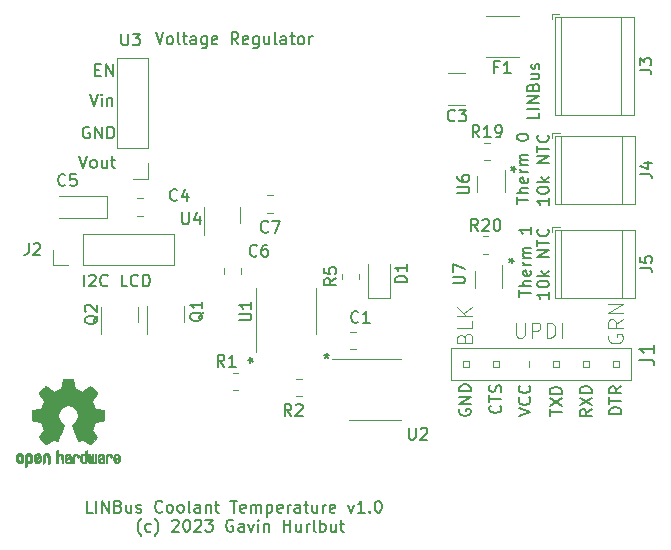
<source format=gbr>
%TF.GenerationSoftware,KiCad,Pcbnew,6.0.11-2627ca5db0~126~ubuntu22.04.1*%
%TF.CreationDate,2023-03-03T22:15:38-05:00*%
%TF.ProjectId,lin-coolant-temperature,6c696e2d-636f-46f6-9c61-6e742d74656d,1.0*%
%TF.SameCoordinates,Original*%
%TF.FileFunction,Legend,Top*%
%TF.FilePolarity,Positive*%
%FSLAX46Y46*%
G04 Gerber Fmt 4.6, Leading zero omitted, Abs format (unit mm)*
G04 Created by KiCad (PCBNEW 6.0.11-2627ca5db0~126~ubuntu22.04.1) date 2023-03-03 22:15:38*
%MOMM*%
%LPD*%
G01*
G04 APERTURE LIST*
%ADD10C,0.150000*%
%ADD11C,0.127000*%
%ADD12C,0.101600*%
%ADD13C,0.120000*%
%ADD14C,0.066040*%
%ADD15C,0.010000*%
G04 APERTURE END LIST*
D10*
X182203809Y-104362380D02*
X181727619Y-104362380D01*
X181727619Y-103362380D01*
X182537142Y-104362380D02*
X182537142Y-103362380D01*
X183013333Y-104362380D02*
X183013333Y-103362380D01*
X183584761Y-104362380D01*
X183584761Y-103362380D01*
X184394285Y-103838571D02*
X184537142Y-103886190D01*
X184584761Y-103933809D01*
X184632380Y-104029047D01*
X184632380Y-104171904D01*
X184584761Y-104267142D01*
X184537142Y-104314761D01*
X184441904Y-104362380D01*
X184060952Y-104362380D01*
X184060952Y-103362380D01*
X184394285Y-103362380D01*
X184489523Y-103410000D01*
X184537142Y-103457619D01*
X184584761Y-103552857D01*
X184584761Y-103648095D01*
X184537142Y-103743333D01*
X184489523Y-103790952D01*
X184394285Y-103838571D01*
X184060952Y-103838571D01*
X185489523Y-103695714D02*
X185489523Y-104362380D01*
X185060952Y-103695714D02*
X185060952Y-104219523D01*
X185108571Y-104314761D01*
X185203809Y-104362380D01*
X185346666Y-104362380D01*
X185441904Y-104314761D01*
X185489523Y-104267142D01*
X185918095Y-104314761D02*
X186013333Y-104362380D01*
X186203809Y-104362380D01*
X186299047Y-104314761D01*
X186346666Y-104219523D01*
X186346666Y-104171904D01*
X186299047Y-104076666D01*
X186203809Y-104029047D01*
X186060952Y-104029047D01*
X185965714Y-103981428D01*
X185918095Y-103886190D01*
X185918095Y-103838571D01*
X185965714Y-103743333D01*
X186060952Y-103695714D01*
X186203809Y-103695714D01*
X186299047Y-103743333D01*
X188108571Y-104267142D02*
X188060952Y-104314761D01*
X187918095Y-104362380D01*
X187822857Y-104362380D01*
X187680000Y-104314761D01*
X187584761Y-104219523D01*
X187537142Y-104124285D01*
X187489523Y-103933809D01*
X187489523Y-103790952D01*
X187537142Y-103600476D01*
X187584761Y-103505238D01*
X187680000Y-103410000D01*
X187822857Y-103362380D01*
X187918095Y-103362380D01*
X188060952Y-103410000D01*
X188108571Y-103457619D01*
X188680000Y-104362380D02*
X188584761Y-104314761D01*
X188537142Y-104267142D01*
X188489523Y-104171904D01*
X188489523Y-103886190D01*
X188537142Y-103790952D01*
X188584761Y-103743333D01*
X188680000Y-103695714D01*
X188822857Y-103695714D01*
X188918095Y-103743333D01*
X188965714Y-103790952D01*
X189013333Y-103886190D01*
X189013333Y-104171904D01*
X188965714Y-104267142D01*
X188918095Y-104314761D01*
X188822857Y-104362380D01*
X188680000Y-104362380D01*
X189584761Y-104362380D02*
X189489523Y-104314761D01*
X189441904Y-104267142D01*
X189394285Y-104171904D01*
X189394285Y-103886190D01*
X189441904Y-103790952D01*
X189489523Y-103743333D01*
X189584761Y-103695714D01*
X189727619Y-103695714D01*
X189822857Y-103743333D01*
X189870476Y-103790952D01*
X189918095Y-103886190D01*
X189918095Y-104171904D01*
X189870476Y-104267142D01*
X189822857Y-104314761D01*
X189727619Y-104362380D01*
X189584761Y-104362380D01*
X190489523Y-104362380D02*
X190394285Y-104314761D01*
X190346666Y-104219523D01*
X190346666Y-103362380D01*
X191299047Y-104362380D02*
X191299047Y-103838571D01*
X191251428Y-103743333D01*
X191156190Y-103695714D01*
X190965714Y-103695714D01*
X190870476Y-103743333D01*
X191299047Y-104314761D02*
X191203809Y-104362380D01*
X190965714Y-104362380D01*
X190870476Y-104314761D01*
X190822857Y-104219523D01*
X190822857Y-104124285D01*
X190870476Y-104029047D01*
X190965714Y-103981428D01*
X191203809Y-103981428D01*
X191299047Y-103933809D01*
X191775238Y-103695714D02*
X191775238Y-104362380D01*
X191775238Y-103790952D02*
X191822857Y-103743333D01*
X191918095Y-103695714D01*
X192060952Y-103695714D01*
X192156190Y-103743333D01*
X192203809Y-103838571D01*
X192203809Y-104362380D01*
X192537142Y-103695714D02*
X192918095Y-103695714D01*
X192680000Y-103362380D02*
X192680000Y-104219523D01*
X192727619Y-104314761D01*
X192822857Y-104362380D01*
X192918095Y-104362380D01*
X193870476Y-103362380D02*
X194441904Y-103362380D01*
X194156190Y-104362380D02*
X194156190Y-103362380D01*
X195156190Y-104314761D02*
X195060952Y-104362380D01*
X194870476Y-104362380D01*
X194775238Y-104314761D01*
X194727619Y-104219523D01*
X194727619Y-103838571D01*
X194775238Y-103743333D01*
X194870476Y-103695714D01*
X195060952Y-103695714D01*
X195156190Y-103743333D01*
X195203809Y-103838571D01*
X195203809Y-103933809D01*
X194727619Y-104029047D01*
X195632380Y-104362380D02*
X195632380Y-103695714D01*
X195632380Y-103790952D02*
X195680000Y-103743333D01*
X195775238Y-103695714D01*
X195918095Y-103695714D01*
X196013333Y-103743333D01*
X196060952Y-103838571D01*
X196060952Y-104362380D01*
X196060952Y-103838571D02*
X196108571Y-103743333D01*
X196203809Y-103695714D01*
X196346666Y-103695714D01*
X196441904Y-103743333D01*
X196489523Y-103838571D01*
X196489523Y-104362380D01*
X196965714Y-103695714D02*
X196965714Y-104695714D01*
X196965714Y-103743333D02*
X197060952Y-103695714D01*
X197251428Y-103695714D01*
X197346666Y-103743333D01*
X197394285Y-103790952D01*
X197441904Y-103886190D01*
X197441904Y-104171904D01*
X197394285Y-104267142D01*
X197346666Y-104314761D01*
X197251428Y-104362380D01*
X197060952Y-104362380D01*
X196965714Y-104314761D01*
X198251428Y-104314761D02*
X198156190Y-104362380D01*
X197965714Y-104362380D01*
X197870476Y-104314761D01*
X197822857Y-104219523D01*
X197822857Y-103838571D01*
X197870476Y-103743333D01*
X197965714Y-103695714D01*
X198156190Y-103695714D01*
X198251428Y-103743333D01*
X198299047Y-103838571D01*
X198299047Y-103933809D01*
X197822857Y-104029047D01*
X198727619Y-104362380D02*
X198727619Y-103695714D01*
X198727619Y-103886190D02*
X198775238Y-103790952D01*
X198822857Y-103743333D01*
X198918095Y-103695714D01*
X199013333Y-103695714D01*
X199775238Y-104362380D02*
X199775238Y-103838571D01*
X199727619Y-103743333D01*
X199632380Y-103695714D01*
X199441904Y-103695714D01*
X199346666Y-103743333D01*
X199775238Y-104314761D02*
X199680000Y-104362380D01*
X199441904Y-104362380D01*
X199346666Y-104314761D01*
X199299047Y-104219523D01*
X199299047Y-104124285D01*
X199346666Y-104029047D01*
X199441904Y-103981428D01*
X199680000Y-103981428D01*
X199775238Y-103933809D01*
X200108571Y-103695714D02*
X200489523Y-103695714D01*
X200251428Y-103362380D02*
X200251428Y-104219523D01*
X200299047Y-104314761D01*
X200394285Y-104362380D01*
X200489523Y-104362380D01*
X201251428Y-103695714D02*
X201251428Y-104362380D01*
X200822857Y-103695714D02*
X200822857Y-104219523D01*
X200870476Y-104314761D01*
X200965714Y-104362380D01*
X201108571Y-104362380D01*
X201203809Y-104314761D01*
X201251428Y-104267142D01*
X201727619Y-104362380D02*
X201727619Y-103695714D01*
X201727619Y-103886190D02*
X201775238Y-103790952D01*
X201822857Y-103743333D01*
X201918095Y-103695714D01*
X202013333Y-103695714D01*
X202727619Y-104314761D02*
X202632380Y-104362380D01*
X202441904Y-104362380D01*
X202346666Y-104314761D01*
X202299047Y-104219523D01*
X202299047Y-103838571D01*
X202346666Y-103743333D01*
X202441904Y-103695714D01*
X202632380Y-103695714D01*
X202727619Y-103743333D01*
X202775238Y-103838571D01*
X202775238Y-103933809D01*
X202299047Y-104029047D01*
X203870476Y-103695714D02*
X204108571Y-104362380D01*
X204346666Y-103695714D01*
X205251428Y-104362380D02*
X204680000Y-104362380D01*
X204965714Y-104362380D02*
X204965714Y-103362380D01*
X204870476Y-103505238D01*
X204775238Y-103600476D01*
X204680000Y-103648095D01*
X205680000Y-104267142D02*
X205727619Y-104314761D01*
X205680000Y-104362380D01*
X205632380Y-104314761D01*
X205680000Y-104267142D01*
X205680000Y-104362380D01*
X206346666Y-103362380D02*
X206441904Y-103362380D01*
X206537142Y-103410000D01*
X206584761Y-103457619D01*
X206632380Y-103552857D01*
X206680000Y-103743333D01*
X206680000Y-103981428D01*
X206632380Y-104171904D01*
X206584761Y-104267142D01*
X206537142Y-104314761D01*
X206441904Y-104362380D01*
X206346666Y-104362380D01*
X206251428Y-104314761D01*
X206203809Y-104267142D01*
X206156190Y-104171904D01*
X206108571Y-103981428D01*
X206108571Y-103743333D01*
X206156190Y-103552857D01*
X206203809Y-103457619D01*
X206251428Y-103410000D01*
X206346666Y-103362380D01*
X220027380Y-70509523D02*
X220027380Y-70985714D01*
X219027380Y-70985714D01*
X220027380Y-70176190D02*
X219027380Y-70176190D01*
X220027380Y-69700000D02*
X219027380Y-69700000D01*
X220027380Y-69128571D01*
X219027380Y-69128571D01*
X219503571Y-68319047D02*
X219551190Y-68176190D01*
X219598809Y-68128571D01*
X219694047Y-68080952D01*
X219836904Y-68080952D01*
X219932142Y-68128571D01*
X219979761Y-68176190D01*
X220027380Y-68271428D01*
X220027380Y-68652380D01*
X219027380Y-68652380D01*
X219027380Y-68319047D01*
X219075000Y-68223809D01*
X219122619Y-68176190D01*
X219217857Y-68128571D01*
X219313095Y-68128571D01*
X219408333Y-68176190D01*
X219455952Y-68223809D01*
X219503571Y-68319047D01*
X219503571Y-68652380D01*
X219360714Y-67223809D02*
X220027380Y-67223809D01*
X219360714Y-67652380D02*
X219884523Y-67652380D01*
X219979761Y-67604761D01*
X220027380Y-67509523D01*
X220027380Y-67366666D01*
X219979761Y-67271428D01*
X219932142Y-67223809D01*
X219979761Y-66795238D02*
X220027380Y-66700000D01*
X220027380Y-66509523D01*
X219979761Y-66414285D01*
X219884523Y-66366666D01*
X219836904Y-66366666D01*
X219741666Y-66414285D01*
X219694047Y-66509523D01*
X219694047Y-66652380D01*
X219646428Y-66747619D01*
X219551190Y-66795238D01*
X219503571Y-66795238D01*
X219408333Y-66747619D01*
X219360714Y-66652380D01*
X219360714Y-66509523D01*
X219408333Y-66414285D01*
X181488095Y-85202380D02*
X181488095Y-84202380D01*
X181916666Y-84297619D02*
X181964285Y-84250000D01*
X182059523Y-84202380D01*
X182297619Y-84202380D01*
X182392857Y-84250000D01*
X182440476Y-84297619D01*
X182488095Y-84392857D01*
X182488095Y-84488095D01*
X182440476Y-84630952D01*
X181869047Y-85202380D01*
X182488095Y-85202380D01*
X183488095Y-85107142D02*
X183440476Y-85154761D01*
X183297619Y-85202380D01*
X183202380Y-85202380D01*
X183059523Y-85154761D01*
X182964285Y-85059523D01*
X182916666Y-84964285D01*
X182869047Y-84773809D01*
X182869047Y-84630952D01*
X182916666Y-84440476D01*
X182964285Y-84345238D01*
X183059523Y-84250000D01*
X183202380Y-84202380D01*
X183297619Y-84202380D01*
X183440476Y-84250000D01*
X183488095Y-84297619D01*
X185154761Y-85202380D02*
X184678571Y-85202380D01*
X184678571Y-84202380D01*
X186059523Y-85107142D02*
X186011904Y-85154761D01*
X185869047Y-85202380D01*
X185773809Y-85202380D01*
X185630952Y-85154761D01*
X185535714Y-85059523D01*
X185488095Y-84964285D01*
X185440476Y-84773809D01*
X185440476Y-84630952D01*
X185488095Y-84440476D01*
X185535714Y-84345238D01*
X185630952Y-84250000D01*
X185773809Y-84202380D01*
X185869047Y-84202380D01*
X186011904Y-84250000D01*
X186059523Y-84297619D01*
X186488095Y-85202380D02*
X186488095Y-84202380D01*
X186726190Y-84202380D01*
X186869047Y-84250000D01*
X186964285Y-84345238D01*
X187011904Y-84440476D01*
X187059523Y-84630952D01*
X187059523Y-84773809D01*
X187011904Y-84964285D01*
X186964285Y-85059523D01*
X186869047Y-85154761D01*
X186726190Y-85202380D01*
X186488095Y-85202380D01*
X186329047Y-106343333D02*
X186281428Y-106295714D01*
X186186190Y-106152857D01*
X186138571Y-106057619D01*
X186090952Y-105914761D01*
X186043333Y-105676666D01*
X186043333Y-105486190D01*
X186090952Y-105248095D01*
X186138571Y-105105238D01*
X186186190Y-105010000D01*
X186281428Y-104867142D01*
X186329047Y-104819523D01*
X187138571Y-105914761D02*
X187043333Y-105962380D01*
X186852857Y-105962380D01*
X186757619Y-105914761D01*
X186710000Y-105867142D01*
X186662380Y-105771904D01*
X186662380Y-105486190D01*
X186710000Y-105390952D01*
X186757619Y-105343333D01*
X186852857Y-105295714D01*
X187043333Y-105295714D01*
X187138571Y-105343333D01*
X187471904Y-106343333D02*
X187519523Y-106295714D01*
X187614761Y-106152857D01*
X187662380Y-106057619D01*
X187710000Y-105914761D01*
X187757619Y-105676666D01*
X187757619Y-105486190D01*
X187710000Y-105248095D01*
X187662380Y-105105238D01*
X187614761Y-105010000D01*
X187519523Y-104867142D01*
X187471904Y-104819523D01*
X188948095Y-105057619D02*
X188995714Y-105010000D01*
X189090952Y-104962380D01*
X189329047Y-104962380D01*
X189424285Y-105010000D01*
X189471904Y-105057619D01*
X189519523Y-105152857D01*
X189519523Y-105248095D01*
X189471904Y-105390952D01*
X188900476Y-105962380D01*
X189519523Y-105962380D01*
X190138571Y-104962380D02*
X190233809Y-104962380D01*
X190329047Y-105010000D01*
X190376666Y-105057619D01*
X190424285Y-105152857D01*
X190471904Y-105343333D01*
X190471904Y-105581428D01*
X190424285Y-105771904D01*
X190376666Y-105867142D01*
X190329047Y-105914761D01*
X190233809Y-105962380D01*
X190138571Y-105962380D01*
X190043333Y-105914761D01*
X189995714Y-105867142D01*
X189948095Y-105771904D01*
X189900476Y-105581428D01*
X189900476Y-105343333D01*
X189948095Y-105152857D01*
X189995714Y-105057619D01*
X190043333Y-105010000D01*
X190138571Y-104962380D01*
X190852857Y-105057619D02*
X190900476Y-105010000D01*
X190995714Y-104962380D01*
X191233809Y-104962380D01*
X191329047Y-105010000D01*
X191376666Y-105057619D01*
X191424285Y-105152857D01*
X191424285Y-105248095D01*
X191376666Y-105390952D01*
X190805238Y-105962380D01*
X191424285Y-105962380D01*
X191757619Y-104962380D02*
X192376666Y-104962380D01*
X192043333Y-105343333D01*
X192186190Y-105343333D01*
X192281428Y-105390952D01*
X192329047Y-105438571D01*
X192376666Y-105533809D01*
X192376666Y-105771904D01*
X192329047Y-105867142D01*
X192281428Y-105914761D01*
X192186190Y-105962380D01*
X191900476Y-105962380D01*
X191805238Y-105914761D01*
X191757619Y-105867142D01*
X194090952Y-105010000D02*
X193995714Y-104962380D01*
X193852857Y-104962380D01*
X193710000Y-105010000D01*
X193614761Y-105105238D01*
X193567142Y-105200476D01*
X193519523Y-105390952D01*
X193519523Y-105533809D01*
X193567142Y-105724285D01*
X193614761Y-105819523D01*
X193710000Y-105914761D01*
X193852857Y-105962380D01*
X193948095Y-105962380D01*
X194090952Y-105914761D01*
X194138571Y-105867142D01*
X194138571Y-105533809D01*
X193948095Y-105533809D01*
X194995714Y-105962380D02*
X194995714Y-105438571D01*
X194948095Y-105343333D01*
X194852857Y-105295714D01*
X194662380Y-105295714D01*
X194567142Y-105343333D01*
X194995714Y-105914761D02*
X194900476Y-105962380D01*
X194662380Y-105962380D01*
X194567142Y-105914761D01*
X194519523Y-105819523D01*
X194519523Y-105724285D01*
X194567142Y-105629047D01*
X194662380Y-105581428D01*
X194900476Y-105581428D01*
X194995714Y-105533809D01*
X195376666Y-105295714D02*
X195614761Y-105962380D01*
X195852857Y-105295714D01*
X196233809Y-105962380D02*
X196233809Y-105295714D01*
X196233809Y-104962380D02*
X196186190Y-105010000D01*
X196233809Y-105057619D01*
X196281428Y-105010000D01*
X196233809Y-104962380D01*
X196233809Y-105057619D01*
X196710000Y-105295714D02*
X196710000Y-105962380D01*
X196710000Y-105390952D02*
X196757619Y-105343333D01*
X196852857Y-105295714D01*
X196995714Y-105295714D01*
X197090952Y-105343333D01*
X197138571Y-105438571D01*
X197138571Y-105962380D01*
X198376666Y-105962380D02*
X198376666Y-104962380D01*
X198376666Y-105438571D02*
X198948095Y-105438571D01*
X198948095Y-105962380D02*
X198948095Y-104962380D01*
X199852857Y-105295714D02*
X199852857Y-105962380D01*
X199424285Y-105295714D02*
X199424285Y-105819523D01*
X199471904Y-105914761D01*
X199567142Y-105962380D01*
X199710000Y-105962380D01*
X199805238Y-105914761D01*
X199852857Y-105867142D01*
X200329047Y-105962380D02*
X200329047Y-105295714D01*
X200329047Y-105486190D02*
X200376666Y-105390952D01*
X200424285Y-105343333D01*
X200519523Y-105295714D01*
X200614761Y-105295714D01*
X201090952Y-105962380D02*
X200995714Y-105914761D01*
X200948095Y-105819523D01*
X200948095Y-104962380D01*
X201471904Y-105962380D02*
X201471904Y-104962380D01*
X201471904Y-105343333D02*
X201567142Y-105295714D01*
X201757619Y-105295714D01*
X201852857Y-105343333D01*
X201900476Y-105390952D01*
X201948095Y-105486190D01*
X201948095Y-105771904D01*
X201900476Y-105867142D01*
X201852857Y-105914761D01*
X201757619Y-105962380D01*
X201567142Y-105962380D01*
X201471904Y-105914761D01*
X202805238Y-105295714D02*
X202805238Y-105962380D01*
X202376666Y-105295714D02*
X202376666Y-105819523D01*
X202424285Y-105914761D01*
X202519523Y-105962380D01*
X202662380Y-105962380D01*
X202757619Y-105914761D01*
X202805238Y-105867142D01*
X203138571Y-105295714D02*
X203519523Y-105295714D01*
X203281428Y-104962380D02*
X203281428Y-105819523D01*
X203329047Y-105914761D01*
X203424285Y-105962380D01*
X203519523Y-105962380D01*
%TO.C,U4*%
X189798095Y-78952380D02*
X189798095Y-79761904D01*
X189845714Y-79857142D01*
X189893333Y-79904761D01*
X189988571Y-79952380D01*
X190179047Y-79952380D01*
X190274285Y-79904761D01*
X190321904Y-79857142D01*
X190369523Y-79761904D01*
X190369523Y-78952380D01*
X191274285Y-79285714D02*
X191274285Y-79952380D01*
X191036190Y-78904761D02*
X190798095Y-79619047D01*
X191417142Y-79619047D01*
%TO.C,U3*%
X184648095Y-63812380D02*
X184648095Y-64621904D01*
X184695714Y-64717142D01*
X184743333Y-64764761D01*
X184838571Y-64812380D01*
X185029047Y-64812380D01*
X185124285Y-64764761D01*
X185171904Y-64717142D01*
X185219523Y-64621904D01*
X185219523Y-63812380D01*
X185600476Y-63812380D02*
X186219523Y-63812380D01*
X185886190Y-64193333D01*
X186029047Y-64193333D01*
X186124285Y-64240952D01*
X186171904Y-64288571D01*
X186219523Y-64383809D01*
X186219523Y-64621904D01*
X186171904Y-64717142D01*
X186124285Y-64764761D01*
X186029047Y-64812380D01*
X185743333Y-64812380D01*
X185648095Y-64764761D01*
X185600476Y-64717142D01*
X187544642Y-63697180D02*
X187877976Y-64697180D01*
X188211309Y-63697180D01*
X188687500Y-64697180D02*
X188592261Y-64649561D01*
X188544642Y-64601942D01*
X188497023Y-64506704D01*
X188497023Y-64220990D01*
X188544642Y-64125752D01*
X188592261Y-64078133D01*
X188687500Y-64030514D01*
X188830357Y-64030514D01*
X188925595Y-64078133D01*
X188973214Y-64125752D01*
X189020833Y-64220990D01*
X189020833Y-64506704D01*
X188973214Y-64601942D01*
X188925595Y-64649561D01*
X188830357Y-64697180D01*
X188687500Y-64697180D01*
X189592261Y-64697180D02*
X189497023Y-64649561D01*
X189449404Y-64554323D01*
X189449404Y-63697180D01*
X189830357Y-64030514D02*
X190211309Y-64030514D01*
X189973214Y-63697180D02*
X189973214Y-64554323D01*
X190020833Y-64649561D01*
X190116071Y-64697180D01*
X190211309Y-64697180D01*
X190973214Y-64697180D02*
X190973214Y-64173371D01*
X190925595Y-64078133D01*
X190830357Y-64030514D01*
X190639880Y-64030514D01*
X190544642Y-64078133D01*
X190973214Y-64649561D02*
X190877976Y-64697180D01*
X190639880Y-64697180D01*
X190544642Y-64649561D01*
X190497023Y-64554323D01*
X190497023Y-64459085D01*
X190544642Y-64363847D01*
X190639880Y-64316228D01*
X190877976Y-64316228D01*
X190973214Y-64268609D01*
X191877976Y-64030514D02*
X191877976Y-64840038D01*
X191830357Y-64935276D01*
X191782738Y-64982895D01*
X191687500Y-65030514D01*
X191544642Y-65030514D01*
X191449404Y-64982895D01*
X191877976Y-64649561D02*
X191782738Y-64697180D01*
X191592261Y-64697180D01*
X191497023Y-64649561D01*
X191449404Y-64601942D01*
X191401785Y-64506704D01*
X191401785Y-64220990D01*
X191449404Y-64125752D01*
X191497023Y-64078133D01*
X191592261Y-64030514D01*
X191782738Y-64030514D01*
X191877976Y-64078133D01*
X192735119Y-64649561D02*
X192639880Y-64697180D01*
X192449404Y-64697180D01*
X192354166Y-64649561D01*
X192306547Y-64554323D01*
X192306547Y-64173371D01*
X192354166Y-64078133D01*
X192449404Y-64030514D01*
X192639880Y-64030514D01*
X192735119Y-64078133D01*
X192782738Y-64173371D01*
X192782738Y-64268609D01*
X192306547Y-64363847D01*
X194544642Y-64697180D02*
X194211309Y-64220990D01*
X193973214Y-64697180D02*
X193973214Y-63697180D01*
X194354166Y-63697180D01*
X194449404Y-63744800D01*
X194497023Y-63792419D01*
X194544642Y-63887657D01*
X194544642Y-64030514D01*
X194497023Y-64125752D01*
X194449404Y-64173371D01*
X194354166Y-64220990D01*
X193973214Y-64220990D01*
X195354166Y-64649561D02*
X195258928Y-64697180D01*
X195068452Y-64697180D01*
X194973214Y-64649561D01*
X194925595Y-64554323D01*
X194925595Y-64173371D01*
X194973214Y-64078133D01*
X195068452Y-64030514D01*
X195258928Y-64030514D01*
X195354166Y-64078133D01*
X195401785Y-64173371D01*
X195401785Y-64268609D01*
X194925595Y-64363847D01*
X196258928Y-64030514D02*
X196258928Y-64840038D01*
X196211309Y-64935276D01*
X196163690Y-64982895D01*
X196068452Y-65030514D01*
X195925595Y-65030514D01*
X195830357Y-64982895D01*
X196258928Y-64649561D02*
X196163690Y-64697180D01*
X195973214Y-64697180D01*
X195877976Y-64649561D01*
X195830357Y-64601942D01*
X195782738Y-64506704D01*
X195782738Y-64220990D01*
X195830357Y-64125752D01*
X195877976Y-64078133D01*
X195973214Y-64030514D01*
X196163690Y-64030514D01*
X196258928Y-64078133D01*
X197163690Y-64030514D02*
X197163690Y-64697180D01*
X196735119Y-64030514D02*
X196735119Y-64554323D01*
X196782738Y-64649561D01*
X196877976Y-64697180D01*
X197020833Y-64697180D01*
X197116071Y-64649561D01*
X197163690Y-64601942D01*
X197782738Y-64697180D02*
X197687500Y-64649561D01*
X197639880Y-64554323D01*
X197639880Y-63697180D01*
X198592261Y-64697180D02*
X198592261Y-64173371D01*
X198544642Y-64078133D01*
X198449404Y-64030514D01*
X198258928Y-64030514D01*
X198163690Y-64078133D01*
X198592261Y-64649561D02*
X198497023Y-64697180D01*
X198258928Y-64697180D01*
X198163690Y-64649561D01*
X198116071Y-64554323D01*
X198116071Y-64459085D01*
X198163690Y-64363847D01*
X198258928Y-64316228D01*
X198497023Y-64316228D01*
X198592261Y-64268609D01*
X198925595Y-64030514D02*
X199306547Y-64030514D01*
X199068452Y-63697180D02*
X199068452Y-64554323D01*
X199116071Y-64649561D01*
X199211309Y-64697180D01*
X199306547Y-64697180D01*
X199782738Y-64697180D02*
X199687500Y-64649561D01*
X199639880Y-64601942D01*
X199592261Y-64506704D01*
X199592261Y-64220990D01*
X199639880Y-64125752D01*
X199687500Y-64078133D01*
X199782738Y-64030514D01*
X199925595Y-64030514D01*
X200020833Y-64078133D01*
X200068452Y-64125752D01*
X200116071Y-64220990D01*
X200116071Y-64506704D01*
X200068452Y-64601942D01*
X200020833Y-64649561D01*
X199925595Y-64697180D01*
X199782738Y-64697180D01*
X200544642Y-64697180D02*
X200544642Y-64030514D01*
X200544642Y-64220990D02*
X200592261Y-64125752D01*
X200639880Y-64078133D01*
X200735119Y-64030514D01*
X200830357Y-64030514D01*
X182425804Y-66891171D02*
X182759138Y-66891171D01*
X182901995Y-67414980D02*
X182425804Y-67414980D01*
X182425804Y-66414980D01*
X182901995Y-66414980D01*
X183330566Y-67414980D02*
X183330566Y-66414980D01*
X183901995Y-67414980D01*
X183901995Y-66414980D01*
X181944795Y-71720400D02*
X181849557Y-71672780D01*
X181706700Y-71672780D01*
X181563842Y-71720400D01*
X181468604Y-71815638D01*
X181420985Y-71910876D01*
X181373366Y-72101352D01*
X181373366Y-72244209D01*
X181420985Y-72434685D01*
X181468604Y-72529923D01*
X181563842Y-72625161D01*
X181706700Y-72672780D01*
X181801938Y-72672780D01*
X181944795Y-72625161D01*
X181992414Y-72577542D01*
X181992414Y-72244209D01*
X181801938Y-72244209D01*
X182420985Y-72672780D02*
X182420985Y-71672780D01*
X182992414Y-72672780D01*
X182992414Y-71672780D01*
X183468604Y-72672780D02*
X183468604Y-71672780D01*
X183706700Y-71672780D01*
X183849557Y-71720400D01*
X183944795Y-71815638D01*
X183992414Y-71910876D01*
X184040033Y-72101352D01*
X184040033Y-72244209D01*
X183992414Y-72434685D01*
X183944795Y-72529923D01*
X183849557Y-72625161D01*
X183706700Y-72672780D01*
X183468604Y-72672780D01*
X181076190Y-74167380D02*
X181409523Y-75167380D01*
X181742857Y-74167380D01*
X182219047Y-75167380D02*
X182123809Y-75119761D01*
X182076190Y-75072142D01*
X182028571Y-74976904D01*
X182028571Y-74691190D01*
X182076190Y-74595952D01*
X182123809Y-74548333D01*
X182219047Y-74500714D01*
X182361904Y-74500714D01*
X182457142Y-74548333D01*
X182504761Y-74595952D01*
X182552380Y-74691190D01*
X182552380Y-74976904D01*
X182504761Y-75072142D01*
X182457142Y-75119761D01*
X182361904Y-75167380D01*
X182219047Y-75167380D01*
X183409523Y-74500714D02*
X183409523Y-75167380D01*
X182980952Y-74500714D02*
X182980952Y-75024523D01*
X183028571Y-75119761D01*
X183123809Y-75167380D01*
X183266666Y-75167380D01*
X183361904Y-75119761D01*
X183409523Y-75072142D01*
X183742857Y-74500714D02*
X184123809Y-74500714D01*
X183885714Y-74167380D02*
X183885714Y-75024523D01*
X183933333Y-75119761D01*
X184028571Y-75167380D01*
X184123809Y-75167380D01*
X181976190Y-68917380D02*
X182309523Y-69917380D01*
X182642857Y-68917380D01*
X182976190Y-69917380D02*
X182976190Y-69250714D01*
X182976190Y-68917380D02*
X182928571Y-68965000D01*
X182976190Y-69012619D01*
X183023809Y-68965000D01*
X182976190Y-68917380D01*
X182976190Y-69012619D01*
X183452380Y-69250714D02*
X183452380Y-69917380D01*
X183452380Y-69345952D02*
X183500000Y-69298333D01*
X183595238Y-69250714D01*
X183738095Y-69250714D01*
X183833333Y-69298333D01*
X183880952Y-69393571D01*
X183880952Y-69917380D01*
D11*
%TO.C,J1*%
X228491523Y-91410533D02*
X229398666Y-91410533D01*
X229580095Y-91471009D01*
X229701047Y-91591961D01*
X229761523Y-91773390D01*
X229761523Y-91894342D01*
X229761523Y-90140533D02*
X229761523Y-90866247D01*
X229761523Y-90503390D02*
X228491523Y-90503390D01*
X228672952Y-90624342D01*
X228793904Y-90745295D01*
X228854380Y-90866247D01*
D12*
X218056961Y-88285123D02*
X218056961Y-89313219D01*
X218117438Y-89434171D01*
X218177914Y-89494647D01*
X218298866Y-89555123D01*
X218540771Y-89555123D01*
X218661723Y-89494647D01*
X218722200Y-89434171D01*
X218782676Y-89313219D01*
X218782676Y-88285123D01*
X219387438Y-89555123D02*
X219387438Y-88285123D01*
X219871247Y-88285123D01*
X219992200Y-88345600D01*
X220052676Y-88406076D01*
X220113152Y-88527028D01*
X220113152Y-88708457D01*
X220052676Y-88829409D01*
X219992200Y-88889885D01*
X219871247Y-88950361D01*
X219387438Y-88950361D01*
X220657438Y-89555123D02*
X220657438Y-88285123D01*
X220959819Y-88285123D01*
X221141247Y-88345600D01*
X221262200Y-88466552D01*
X221322676Y-88587504D01*
X221383152Y-88829409D01*
X221383152Y-89010838D01*
X221322676Y-89252742D01*
X221262200Y-89373695D01*
X221141247Y-89494647D01*
X220959819Y-89555123D01*
X220657438Y-89555123D01*
X221927438Y-89555123D02*
X221927438Y-88285123D01*
D10*
X213294600Y-95609904D02*
X213246980Y-95705142D01*
X213246980Y-95848000D01*
X213294600Y-95990857D01*
X213389838Y-96086095D01*
X213485076Y-96133714D01*
X213675552Y-96181333D01*
X213818409Y-96181333D01*
X214008885Y-96133714D01*
X214104123Y-96086095D01*
X214199361Y-95990857D01*
X214246980Y-95848000D01*
X214246980Y-95752761D01*
X214199361Y-95609904D01*
X214151742Y-95562285D01*
X213818409Y-95562285D01*
X213818409Y-95752761D01*
X214246980Y-95133714D02*
X213246980Y-95133714D01*
X214246980Y-94562285D01*
X213246980Y-94562285D01*
X214246980Y-94086095D02*
X213246980Y-94086095D01*
X213246980Y-93848000D01*
X213294600Y-93705142D01*
X213389838Y-93609904D01*
X213485076Y-93562285D01*
X213675552Y-93514666D01*
X213818409Y-93514666D01*
X214008885Y-93562285D01*
X214104123Y-93609904D01*
X214199361Y-93705142D01*
X214246980Y-93848000D01*
X214246980Y-94086095D01*
X220917780Y-96160704D02*
X220917780Y-95589276D01*
X221917780Y-95874990D02*
X220917780Y-95874990D01*
X220917780Y-95351180D02*
X221917780Y-94684514D01*
X220917780Y-94684514D02*
X221917780Y-95351180D01*
X221917780Y-94303561D02*
X220917780Y-94303561D01*
X220917780Y-94065466D01*
X220965400Y-93922609D01*
X221060638Y-93827371D01*
X221155876Y-93779752D01*
X221346352Y-93732133D01*
X221489209Y-93732133D01*
X221679685Y-93779752D01*
X221774923Y-93827371D01*
X221870161Y-93922609D01*
X221917780Y-94065466D01*
X221917780Y-94303561D01*
X224457780Y-95616266D02*
X223981590Y-95949600D01*
X224457780Y-96187695D02*
X223457780Y-96187695D01*
X223457780Y-95806742D01*
X223505400Y-95711504D01*
X223553019Y-95663885D01*
X223648257Y-95616266D01*
X223791114Y-95616266D01*
X223886352Y-95663885D01*
X223933971Y-95711504D01*
X223981590Y-95806742D01*
X223981590Y-96187695D01*
X223457780Y-95282933D02*
X224457780Y-94616266D01*
X223457780Y-94616266D02*
X224457780Y-95282933D01*
X224457780Y-94235314D02*
X223457780Y-94235314D01*
X223457780Y-93997219D01*
X223505400Y-93854361D01*
X223600638Y-93759123D01*
X223695876Y-93711504D01*
X223886352Y-93663885D01*
X224029209Y-93663885D01*
X224219685Y-93711504D01*
X224314923Y-93759123D01*
X224410161Y-93854361D01*
X224457780Y-93997219D01*
X224457780Y-94235314D01*
D12*
X225910400Y-89313219D02*
X225849923Y-89434171D01*
X225849923Y-89615600D01*
X225910400Y-89797028D01*
X226031352Y-89917980D01*
X226152304Y-89978457D01*
X226394209Y-90038933D01*
X226575638Y-90038933D01*
X226817542Y-89978457D01*
X226938495Y-89917980D01*
X227059447Y-89797028D01*
X227119923Y-89615600D01*
X227119923Y-89494647D01*
X227059447Y-89313219D01*
X226998971Y-89252742D01*
X226575638Y-89252742D01*
X226575638Y-89494647D01*
X227119923Y-87982742D02*
X226515161Y-88406076D01*
X227119923Y-88708457D02*
X225849923Y-88708457D01*
X225849923Y-88224647D01*
X225910400Y-88103695D01*
X225970876Y-88043219D01*
X226091828Y-87982742D01*
X226273257Y-87982742D01*
X226394209Y-88043219D01*
X226454685Y-88103695D01*
X226515161Y-88224647D01*
X226515161Y-88708457D01*
X227119923Y-87438457D02*
X225849923Y-87438457D01*
X227119923Y-86712742D01*
X225849923Y-86712742D01*
X213703885Y-89556333D02*
X213764361Y-89374904D01*
X213824838Y-89314428D01*
X213945790Y-89253952D01*
X214127219Y-89253952D01*
X214248171Y-89314428D01*
X214308647Y-89374904D01*
X214369123Y-89495857D01*
X214369123Y-89979666D01*
X213099123Y-89979666D01*
X213099123Y-89556333D01*
X213159600Y-89435380D01*
X213220076Y-89374904D01*
X213341028Y-89314428D01*
X213461980Y-89314428D01*
X213582933Y-89374904D01*
X213643409Y-89435380D01*
X213703885Y-89556333D01*
X213703885Y-89979666D01*
X214369123Y-88104904D02*
X214369123Y-88709666D01*
X213099123Y-88709666D01*
X214369123Y-87681571D02*
X213099123Y-87681571D01*
X214369123Y-86955857D02*
X213643409Y-87500142D01*
X213099123Y-86955857D02*
X213824838Y-87681571D01*
D10*
X218276180Y-96181333D02*
X219276180Y-95848000D01*
X218276180Y-95514666D01*
X219180942Y-94609904D02*
X219228561Y-94657523D01*
X219276180Y-94800380D01*
X219276180Y-94895619D01*
X219228561Y-95038476D01*
X219133323Y-95133714D01*
X219038085Y-95181333D01*
X218847609Y-95228952D01*
X218704752Y-95228952D01*
X218514276Y-95181333D01*
X218419038Y-95133714D01*
X218323800Y-95038476D01*
X218276180Y-94895619D01*
X218276180Y-94800380D01*
X218323800Y-94657523D01*
X218371419Y-94609904D01*
X219180942Y-93609904D02*
X219228561Y-93657523D01*
X219276180Y-93800380D01*
X219276180Y-93895619D01*
X219228561Y-94038476D01*
X219133323Y-94133714D01*
X219038085Y-94181333D01*
X218847609Y-94228952D01*
X218704752Y-94228952D01*
X218514276Y-94181333D01*
X218419038Y-94133714D01*
X218323800Y-94038476D01*
X218276180Y-93895619D01*
X218276180Y-93800380D01*
X218323800Y-93657523D01*
X218371419Y-93609904D01*
X216717142Y-95294019D02*
X216764761Y-95341638D01*
X216812380Y-95484495D01*
X216812380Y-95579733D01*
X216764761Y-95722590D01*
X216669523Y-95817828D01*
X216574285Y-95865447D01*
X216383809Y-95913066D01*
X216240952Y-95913066D01*
X216050476Y-95865447D01*
X215955238Y-95817828D01*
X215860000Y-95722590D01*
X215812380Y-95579733D01*
X215812380Y-95484495D01*
X215860000Y-95341638D01*
X215907619Y-95294019D01*
X215812380Y-95008304D02*
X215812380Y-94436876D01*
X216812380Y-94722590D02*
X215812380Y-94722590D01*
X216764761Y-94151161D02*
X216812380Y-94008304D01*
X216812380Y-93770209D01*
X216764761Y-93674971D01*
X216717142Y-93627352D01*
X216621904Y-93579733D01*
X216526666Y-93579733D01*
X216431428Y-93627352D01*
X216383809Y-93674971D01*
X216336190Y-93770209D01*
X216288571Y-93960685D01*
X216240952Y-94055923D01*
X216193333Y-94103542D01*
X216098095Y-94151161D01*
X216002857Y-94151161D01*
X215907619Y-94103542D01*
X215860000Y-94055923D01*
X215812380Y-93960685D01*
X215812380Y-93722590D01*
X215860000Y-93579733D01*
X226972380Y-96016257D02*
X225972380Y-96016257D01*
X225972380Y-95778161D01*
X226020000Y-95635304D01*
X226115238Y-95540066D01*
X226210476Y-95492447D01*
X226400952Y-95444828D01*
X226543809Y-95444828D01*
X226734285Y-95492447D01*
X226829523Y-95540066D01*
X226924761Y-95635304D01*
X226972380Y-95778161D01*
X226972380Y-96016257D01*
X225972380Y-95159114D02*
X225972380Y-94587685D01*
X226972380Y-94873400D02*
X225972380Y-94873400D01*
X226972380Y-93682923D02*
X226496190Y-94016257D01*
X226972380Y-94254352D02*
X225972380Y-94254352D01*
X225972380Y-93873400D01*
X226020000Y-93778161D01*
X226067619Y-93730542D01*
X226162857Y-93682923D01*
X226305714Y-93682923D01*
X226400952Y-93730542D01*
X226448571Y-93778161D01*
X226496190Y-93873400D01*
X226496190Y-94254352D01*
%TO.C,F1*%
X216561666Y-66618571D02*
X216228333Y-66618571D01*
X216228333Y-67142380D02*
X216228333Y-66142380D01*
X216704523Y-66142380D01*
X217609285Y-67142380D02*
X217037857Y-67142380D01*
X217323571Y-67142380D02*
X217323571Y-66142380D01*
X217228333Y-66285238D01*
X217133095Y-66380476D01*
X217037857Y-66428095D01*
%TO.C,C7*%
X197073333Y-80557142D02*
X197025714Y-80604761D01*
X196882857Y-80652380D01*
X196787619Y-80652380D01*
X196644761Y-80604761D01*
X196549523Y-80509523D01*
X196501904Y-80414285D01*
X196454285Y-80223809D01*
X196454285Y-80080952D01*
X196501904Y-79890476D01*
X196549523Y-79795238D01*
X196644761Y-79700000D01*
X196787619Y-79652380D01*
X196882857Y-79652380D01*
X197025714Y-79700000D01*
X197073333Y-79747619D01*
X197406666Y-79652380D02*
X198073333Y-79652380D01*
X197644761Y-80652380D01*
%TO.C,C6*%
X196123333Y-82587142D02*
X196075714Y-82634761D01*
X195932857Y-82682380D01*
X195837619Y-82682380D01*
X195694761Y-82634761D01*
X195599523Y-82539523D01*
X195551904Y-82444285D01*
X195504285Y-82253809D01*
X195504285Y-82110952D01*
X195551904Y-81920476D01*
X195599523Y-81825238D01*
X195694761Y-81730000D01*
X195837619Y-81682380D01*
X195932857Y-81682380D01*
X196075714Y-81730000D01*
X196123333Y-81777619D01*
X196980476Y-81682380D02*
X196790000Y-81682380D01*
X196694761Y-81730000D01*
X196647142Y-81777619D01*
X196551904Y-81920476D01*
X196504285Y-82110952D01*
X196504285Y-82491904D01*
X196551904Y-82587142D01*
X196599523Y-82634761D01*
X196694761Y-82682380D01*
X196885238Y-82682380D01*
X196980476Y-82634761D01*
X197028095Y-82587142D01*
X197075714Y-82491904D01*
X197075714Y-82253809D01*
X197028095Y-82158571D01*
X196980476Y-82110952D01*
X196885238Y-82063333D01*
X196694761Y-82063333D01*
X196599523Y-82110952D01*
X196551904Y-82158571D01*
X196504285Y-82253809D01*
%TO.C,C5*%
X179903333Y-76607142D02*
X179855714Y-76654761D01*
X179712857Y-76702380D01*
X179617619Y-76702380D01*
X179474761Y-76654761D01*
X179379523Y-76559523D01*
X179331904Y-76464285D01*
X179284285Y-76273809D01*
X179284285Y-76130952D01*
X179331904Y-75940476D01*
X179379523Y-75845238D01*
X179474761Y-75750000D01*
X179617619Y-75702380D01*
X179712857Y-75702380D01*
X179855714Y-75750000D01*
X179903333Y-75797619D01*
X180808095Y-75702380D02*
X180331904Y-75702380D01*
X180284285Y-76178571D01*
X180331904Y-76130952D01*
X180427142Y-76083333D01*
X180665238Y-76083333D01*
X180760476Y-76130952D01*
X180808095Y-76178571D01*
X180855714Y-76273809D01*
X180855714Y-76511904D01*
X180808095Y-76607142D01*
X180760476Y-76654761D01*
X180665238Y-76702380D01*
X180427142Y-76702380D01*
X180331904Y-76654761D01*
X180284285Y-76607142D01*
%TO.C,C4*%
X189373333Y-77877142D02*
X189325714Y-77924761D01*
X189182857Y-77972380D01*
X189087619Y-77972380D01*
X188944761Y-77924761D01*
X188849523Y-77829523D01*
X188801904Y-77734285D01*
X188754285Y-77543809D01*
X188754285Y-77400952D01*
X188801904Y-77210476D01*
X188849523Y-77115238D01*
X188944761Y-77020000D01*
X189087619Y-76972380D01*
X189182857Y-76972380D01*
X189325714Y-77020000D01*
X189373333Y-77067619D01*
X190230476Y-77305714D02*
X190230476Y-77972380D01*
X189992380Y-76924761D02*
X189754285Y-77639047D01*
X190373333Y-77639047D01*
%TO.C,C3*%
X212880833Y-71147142D02*
X212833214Y-71194761D01*
X212690357Y-71242380D01*
X212595119Y-71242380D01*
X212452261Y-71194761D01*
X212357023Y-71099523D01*
X212309404Y-71004285D01*
X212261785Y-70813809D01*
X212261785Y-70670952D01*
X212309404Y-70480476D01*
X212357023Y-70385238D01*
X212452261Y-70290000D01*
X212595119Y-70242380D01*
X212690357Y-70242380D01*
X212833214Y-70290000D01*
X212880833Y-70337619D01*
X213214166Y-70242380D02*
X213833214Y-70242380D01*
X213499880Y-70623333D01*
X213642738Y-70623333D01*
X213737976Y-70670952D01*
X213785595Y-70718571D01*
X213833214Y-70813809D01*
X213833214Y-71051904D01*
X213785595Y-71147142D01*
X213737976Y-71194761D01*
X213642738Y-71242380D01*
X213357023Y-71242380D01*
X213261785Y-71194761D01*
X213214166Y-71147142D01*
%TO.C,J2*%
X176791666Y-81552380D02*
X176791666Y-82266666D01*
X176744047Y-82409523D01*
X176648809Y-82504761D01*
X176505952Y-82552380D01*
X176410714Y-82552380D01*
X177220238Y-81647619D02*
X177267857Y-81600000D01*
X177363095Y-81552380D01*
X177601190Y-81552380D01*
X177696428Y-81600000D01*
X177744047Y-81647619D01*
X177791666Y-81742857D01*
X177791666Y-81838095D01*
X177744047Y-81980952D01*
X177172619Y-82552380D01*
X177791666Y-82552380D01*
%TO.C,U1*%
X194627380Y-88086904D02*
X195436904Y-88086904D01*
X195532142Y-88039285D01*
X195579761Y-87991666D01*
X195627380Y-87896428D01*
X195627380Y-87705952D01*
X195579761Y-87610714D01*
X195532142Y-87563095D01*
X195436904Y-87515476D01*
X194627380Y-87515476D01*
X195627380Y-86515476D02*
X195627380Y-87086904D01*
X195627380Y-86801190D02*
X194627380Y-86801190D01*
X194770238Y-86896428D01*
X194865476Y-86991666D01*
X194913095Y-87086904D01*
X195402380Y-91450000D02*
X195640476Y-91450000D01*
X195545238Y-91688095D02*
X195640476Y-91450000D01*
X195545238Y-91211904D01*
X195830952Y-91592857D02*
X195640476Y-91450000D01*
X195830952Y-91307142D01*
%TO.C,J4*%
X228572380Y-75678333D02*
X229286666Y-75678333D01*
X229429523Y-75725952D01*
X229524761Y-75821190D01*
X229572380Y-75964047D01*
X229572380Y-76059285D01*
X228905714Y-74773571D02*
X229572380Y-74773571D01*
X228524761Y-75011666D02*
X229239047Y-75249761D01*
X229239047Y-74630714D01*
X220832380Y-77725952D02*
X220832380Y-78297380D01*
X220832380Y-78011666D02*
X219832380Y-78011666D01*
X219975238Y-78106904D01*
X220070476Y-78202142D01*
X220118095Y-78297380D01*
X219832380Y-77106904D02*
X219832380Y-77011666D01*
X219880000Y-76916428D01*
X219927619Y-76868809D01*
X220022857Y-76821190D01*
X220213333Y-76773571D01*
X220451428Y-76773571D01*
X220641904Y-76821190D01*
X220737142Y-76868809D01*
X220784761Y-76916428D01*
X220832380Y-77011666D01*
X220832380Y-77106904D01*
X220784761Y-77202142D01*
X220737142Y-77249761D01*
X220641904Y-77297380D01*
X220451428Y-77345000D01*
X220213333Y-77345000D01*
X220022857Y-77297380D01*
X219927619Y-77249761D01*
X219880000Y-77202142D01*
X219832380Y-77106904D01*
X220832380Y-76345000D02*
X219832380Y-76345000D01*
X220451428Y-76249761D02*
X220832380Y-75964047D01*
X220165714Y-75964047D02*
X220546666Y-76345000D01*
X220832380Y-74773571D02*
X219832380Y-74773571D01*
X220832380Y-74202142D01*
X219832380Y-74202142D01*
X219832380Y-73868809D02*
X219832380Y-73297380D01*
X220832380Y-73583095D02*
X219832380Y-73583095D01*
X220737142Y-72392619D02*
X220784761Y-72440238D01*
X220832380Y-72583095D01*
X220832380Y-72678333D01*
X220784761Y-72821190D01*
X220689523Y-72916428D01*
X220594285Y-72964047D01*
X220403809Y-73011666D01*
X220260952Y-73011666D01*
X220070476Y-72964047D01*
X219975238Y-72916428D01*
X219880000Y-72821190D01*
X219832380Y-72678333D01*
X219832380Y-72583095D01*
X219880000Y-72440238D01*
X219927619Y-72392619D01*
X218102380Y-78200000D02*
X218102380Y-77628571D01*
X219102380Y-77914285D02*
X218102380Y-77914285D01*
X219102380Y-77295238D02*
X218102380Y-77295238D01*
X219102380Y-76866666D02*
X218578571Y-76866666D01*
X218483333Y-76914285D01*
X218435714Y-77009523D01*
X218435714Y-77152380D01*
X218483333Y-77247619D01*
X218530952Y-77295238D01*
X219054761Y-76009523D02*
X219102380Y-76104761D01*
X219102380Y-76295238D01*
X219054761Y-76390476D01*
X218959523Y-76438095D01*
X218578571Y-76438095D01*
X218483333Y-76390476D01*
X218435714Y-76295238D01*
X218435714Y-76104761D01*
X218483333Y-76009523D01*
X218578571Y-75961904D01*
X218673809Y-75961904D01*
X218769047Y-76438095D01*
X219102380Y-75533333D02*
X218435714Y-75533333D01*
X218626190Y-75533333D02*
X218530952Y-75485714D01*
X218483333Y-75438095D01*
X218435714Y-75342857D01*
X218435714Y-75247619D01*
X219102380Y-74914285D02*
X218435714Y-74914285D01*
X218530952Y-74914285D02*
X218483333Y-74866666D01*
X218435714Y-74771428D01*
X218435714Y-74628571D01*
X218483333Y-74533333D01*
X218578571Y-74485714D01*
X219102380Y-74485714D01*
X218578571Y-74485714D02*
X218483333Y-74438095D01*
X218435714Y-74342857D01*
X218435714Y-74200000D01*
X218483333Y-74104761D01*
X218578571Y-74057142D01*
X219102380Y-74057142D01*
X218102380Y-72628571D02*
X218102380Y-72533333D01*
X218150000Y-72438095D01*
X218197619Y-72390476D01*
X218292857Y-72342857D01*
X218483333Y-72295238D01*
X218721428Y-72295238D01*
X218911904Y-72342857D01*
X219007142Y-72390476D01*
X219054761Y-72438095D01*
X219102380Y-72533333D01*
X219102380Y-72628571D01*
X219054761Y-72723809D01*
X219007142Y-72771428D01*
X218911904Y-72819047D01*
X218721428Y-72866666D01*
X218483333Y-72866666D01*
X218292857Y-72819047D01*
X218197619Y-72771428D01*
X218150000Y-72723809D01*
X218102380Y-72628571D01*
%TO.C,Q1*%
X191572619Y-87395238D02*
X191525000Y-87490476D01*
X191429761Y-87585714D01*
X191286904Y-87728571D01*
X191239285Y-87823809D01*
X191239285Y-87919047D01*
X191477380Y-87871428D02*
X191429761Y-87966666D01*
X191334523Y-88061904D01*
X191144047Y-88109523D01*
X190810714Y-88109523D01*
X190620238Y-88061904D01*
X190525000Y-87966666D01*
X190477380Y-87871428D01*
X190477380Y-87680952D01*
X190525000Y-87585714D01*
X190620238Y-87490476D01*
X190810714Y-87442857D01*
X191144047Y-87442857D01*
X191334523Y-87490476D01*
X191429761Y-87585714D01*
X191477380Y-87680952D01*
X191477380Y-87871428D01*
X191477380Y-86490476D02*
X191477380Y-87061904D01*
X191477380Y-86776190D02*
X190477380Y-86776190D01*
X190620238Y-86871428D01*
X190715476Y-86966666D01*
X190763095Y-87061904D01*
%TO.C,U7*%
X212727380Y-84961904D02*
X213536904Y-84961904D01*
X213632142Y-84914285D01*
X213679761Y-84866666D01*
X213727380Y-84771428D01*
X213727380Y-84580952D01*
X213679761Y-84485714D01*
X213632142Y-84438095D01*
X213536904Y-84390476D01*
X212727380Y-84390476D01*
X212727380Y-84009523D02*
X212727380Y-83342857D01*
X213727380Y-83771428D01*
X217897619Y-83025000D02*
X217659523Y-83025000D01*
X217754761Y-82786904D02*
X217659523Y-83025000D01*
X217754761Y-83263095D01*
X217469047Y-82882142D02*
X217659523Y-83025000D01*
X217469047Y-83167857D01*
%TO.C,U2*%
X208988095Y-97177380D02*
X208988095Y-97986904D01*
X209035714Y-98082142D01*
X209083333Y-98129761D01*
X209178571Y-98177380D01*
X209369047Y-98177380D01*
X209464285Y-98129761D01*
X209511904Y-98082142D01*
X209559523Y-97986904D01*
X209559523Y-97177380D01*
X209988095Y-97272619D02*
X210035714Y-97225000D01*
X210130952Y-97177380D01*
X210369047Y-97177380D01*
X210464285Y-97225000D01*
X210511904Y-97272619D01*
X210559523Y-97367857D01*
X210559523Y-97463095D01*
X210511904Y-97605952D01*
X209940476Y-98177380D01*
X210559523Y-98177380D01*
X202025000Y-90877380D02*
X202025000Y-91115476D01*
X201786904Y-91020238D02*
X202025000Y-91115476D01*
X202263095Y-91020238D01*
X201882142Y-91305952D02*
X202025000Y-91115476D01*
X202167857Y-91305952D01*
%TO.C,R1*%
X193358333Y-92002380D02*
X193025000Y-91526190D01*
X192786904Y-92002380D02*
X192786904Y-91002380D01*
X193167857Y-91002380D01*
X193263095Y-91050000D01*
X193310714Y-91097619D01*
X193358333Y-91192857D01*
X193358333Y-91335714D01*
X193310714Y-91430952D01*
X193263095Y-91478571D01*
X193167857Y-91526190D01*
X192786904Y-91526190D01*
X194310714Y-92002380D02*
X193739285Y-92002380D01*
X194025000Y-92002380D02*
X194025000Y-91002380D01*
X193929761Y-91145238D01*
X193834523Y-91240476D01*
X193739285Y-91288095D01*
%TO.C,C1*%
X204708333Y-88207142D02*
X204660714Y-88254761D01*
X204517857Y-88302380D01*
X204422619Y-88302380D01*
X204279761Y-88254761D01*
X204184523Y-88159523D01*
X204136904Y-88064285D01*
X204089285Y-87873809D01*
X204089285Y-87730952D01*
X204136904Y-87540476D01*
X204184523Y-87445238D01*
X204279761Y-87350000D01*
X204422619Y-87302380D01*
X204517857Y-87302380D01*
X204660714Y-87350000D01*
X204708333Y-87397619D01*
X205660714Y-88302380D02*
X205089285Y-88302380D01*
X205375000Y-88302380D02*
X205375000Y-87302380D01*
X205279761Y-87445238D01*
X205184523Y-87540476D01*
X205089285Y-87588095D01*
%TO.C,U6*%
X213102380Y-77336904D02*
X213911904Y-77336904D01*
X214007142Y-77289285D01*
X214054761Y-77241666D01*
X214102380Y-77146428D01*
X214102380Y-76955952D01*
X214054761Y-76860714D01*
X214007142Y-76813095D01*
X213911904Y-76765476D01*
X213102380Y-76765476D01*
X213102380Y-75860714D02*
X213102380Y-76051190D01*
X213150000Y-76146428D01*
X213197619Y-76194047D01*
X213340476Y-76289285D01*
X213530952Y-76336904D01*
X213911904Y-76336904D01*
X214007142Y-76289285D01*
X214054761Y-76241666D01*
X214102380Y-76146428D01*
X214102380Y-75955952D01*
X214054761Y-75860714D01*
X214007142Y-75813095D01*
X213911904Y-75765476D01*
X213673809Y-75765476D01*
X213578571Y-75813095D01*
X213530952Y-75860714D01*
X213483333Y-75955952D01*
X213483333Y-76146428D01*
X213530952Y-76241666D01*
X213578571Y-76289285D01*
X213673809Y-76336904D01*
X218022619Y-75250000D02*
X217784523Y-75250000D01*
X217879761Y-75011904D02*
X217784523Y-75250000D01*
X217879761Y-75488095D01*
X217594047Y-75107142D02*
X217784523Y-75250000D01*
X217594047Y-75392857D01*
%TO.C,R5*%
X202827380Y-84516666D02*
X202351190Y-84850000D01*
X202827380Y-85088095D02*
X201827380Y-85088095D01*
X201827380Y-84707142D01*
X201875000Y-84611904D01*
X201922619Y-84564285D01*
X202017857Y-84516666D01*
X202160714Y-84516666D01*
X202255952Y-84564285D01*
X202303571Y-84611904D01*
X202351190Y-84707142D01*
X202351190Y-85088095D01*
X201827380Y-83611904D02*
X201827380Y-84088095D01*
X202303571Y-84135714D01*
X202255952Y-84088095D01*
X202208333Y-83992857D01*
X202208333Y-83754761D01*
X202255952Y-83659523D01*
X202303571Y-83611904D01*
X202398809Y-83564285D01*
X202636904Y-83564285D01*
X202732142Y-83611904D01*
X202779761Y-83659523D01*
X202827380Y-83754761D01*
X202827380Y-83992857D01*
X202779761Y-84088095D01*
X202732142Y-84135714D01*
%TO.C,J5*%
X228572380Y-83633333D02*
X229286666Y-83633333D01*
X229429523Y-83680952D01*
X229524761Y-83776190D01*
X229572380Y-83919047D01*
X229572380Y-84014285D01*
X228572380Y-82680952D02*
X228572380Y-83157142D01*
X229048571Y-83204761D01*
X229000952Y-83157142D01*
X228953333Y-83061904D01*
X228953333Y-82823809D01*
X229000952Y-82728571D01*
X229048571Y-82680952D01*
X229143809Y-82633333D01*
X229381904Y-82633333D01*
X229477142Y-82680952D01*
X229524761Y-82728571D01*
X229572380Y-82823809D01*
X229572380Y-83061904D01*
X229524761Y-83157142D01*
X229477142Y-83204761D01*
X220832380Y-85680952D02*
X220832380Y-86252380D01*
X220832380Y-85966666D02*
X219832380Y-85966666D01*
X219975238Y-86061904D01*
X220070476Y-86157142D01*
X220118095Y-86252380D01*
X219832380Y-85061904D02*
X219832380Y-84966666D01*
X219880000Y-84871428D01*
X219927619Y-84823809D01*
X220022857Y-84776190D01*
X220213333Y-84728571D01*
X220451428Y-84728571D01*
X220641904Y-84776190D01*
X220737142Y-84823809D01*
X220784761Y-84871428D01*
X220832380Y-84966666D01*
X220832380Y-85061904D01*
X220784761Y-85157142D01*
X220737142Y-85204761D01*
X220641904Y-85252380D01*
X220451428Y-85300000D01*
X220213333Y-85300000D01*
X220022857Y-85252380D01*
X219927619Y-85204761D01*
X219880000Y-85157142D01*
X219832380Y-85061904D01*
X220832380Y-84300000D02*
X219832380Y-84300000D01*
X220451428Y-84204761D02*
X220832380Y-83919047D01*
X220165714Y-83919047D02*
X220546666Y-84300000D01*
X220832380Y-82728571D02*
X219832380Y-82728571D01*
X220832380Y-82157142D01*
X219832380Y-82157142D01*
X219832380Y-81823809D02*
X219832380Y-81252380D01*
X220832380Y-81538095D02*
X219832380Y-81538095D01*
X220737142Y-80347619D02*
X220784761Y-80395238D01*
X220832380Y-80538095D01*
X220832380Y-80633333D01*
X220784761Y-80776190D01*
X220689523Y-80871428D01*
X220594285Y-80919047D01*
X220403809Y-80966666D01*
X220260952Y-80966666D01*
X220070476Y-80919047D01*
X219975238Y-80871428D01*
X219880000Y-80776190D01*
X219832380Y-80633333D01*
X219832380Y-80538095D01*
X219880000Y-80395238D01*
X219927619Y-80347619D01*
X218327380Y-86075000D02*
X218327380Y-85503571D01*
X219327380Y-85789285D02*
X218327380Y-85789285D01*
X219327380Y-85170238D02*
X218327380Y-85170238D01*
X219327380Y-84741666D02*
X218803571Y-84741666D01*
X218708333Y-84789285D01*
X218660714Y-84884523D01*
X218660714Y-85027380D01*
X218708333Y-85122619D01*
X218755952Y-85170238D01*
X219279761Y-83884523D02*
X219327380Y-83979761D01*
X219327380Y-84170238D01*
X219279761Y-84265476D01*
X219184523Y-84313095D01*
X218803571Y-84313095D01*
X218708333Y-84265476D01*
X218660714Y-84170238D01*
X218660714Y-83979761D01*
X218708333Y-83884523D01*
X218803571Y-83836904D01*
X218898809Y-83836904D01*
X218994047Y-84313095D01*
X219327380Y-83408333D02*
X218660714Y-83408333D01*
X218851190Y-83408333D02*
X218755952Y-83360714D01*
X218708333Y-83313095D01*
X218660714Y-83217857D01*
X218660714Y-83122619D01*
X219327380Y-82789285D02*
X218660714Y-82789285D01*
X218755952Y-82789285D02*
X218708333Y-82741666D01*
X218660714Y-82646428D01*
X218660714Y-82503571D01*
X218708333Y-82408333D01*
X218803571Y-82360714D01*
X219327380Y-82360714D01*
X218803571Y-82360714D02*
X218708333Y-82313095D01*
X218660714Y-82217857D01*
X218660714Y-82075000D01*
X218708333Y-81979761D01*
X218803571Y-81932142D01*
X219327380Y-81932142D01*
X219327380Y-80170238D02*
X219327380Y-80741666D01*
X219327380Y-80455952D02*
X218327380Y-80455952D01*
X218470238Y-80551190D01*
X218565476Y-80646428D01*
X218613095Y-80741666D01*
%TO.C,D1*%
X208802380Y-84863095D02*
X207802380Y-84863095D01*
X207802380Y-84625000D01*
X207850000Y-84482142D01*
X207945238Y-84386904D01*
X208040476Y-84339285D01*
X208230952Y-84291666D01*
X208373809Y-84291666D01*
X208564285Y-84339285D01*
X208659523Y-84386904D01*
X208754761Y-84482142D01*
X208802380Y-84625000D01*
X208802380Y-84863095D01*
X208802380Y-83339285D02*
X208802380Y-83910714D01*
X208802380Y-83625000D02*
X207802380Y-83625000D01*
X207945238Y-83720238D01*
X208040476Y-83815476D01*
X208088095Y-83910714D01*
%TO.C,R19*%
X214957142Y-72577380D02*
X214623809Y-72101190D01*
X214385714Y-72577380D02*
X214385714Y-71577380D01*
X214766666Y-71577380D01*
X214861904Y-71625000D01*
X214909523Y-71672619D01*
X214957142Y-71767857D01*
X214957142Y-71910714D01*
X214909523Y-72005952D01*
X214861904Y-72053571D01*
X214766666Y-72101190D01*
X214385714Y-72101190D01*
X215909523Y-72577380D02*
X215338095Y-72577380D01*
X215623809Y-72577380D02*
X215623809Y-71577380D01*
X215528571Y-71720238D01*
X215433333Y-71815476D01*
X215338095Y-71863095D01*
X216385714Y-72577380D02*
X216576190Y-72577380D01*
X216671428Y-72529761D01*
X216719047Y-72482142D01*
X216814285Y-72339285D01*
X216861904Y-72148809D01*
X216861904Y-71767857D01*
X216814285Y-71672619D01*
X216766666Y-71625000D01*
X216671428Y-71577380D01*
X216480952Y-71577380D01*
X216385714Y-71625000D01*
X216338095Y-71672619D01*
X216290476Y-71767857D01*
X216290476Y-72005952D01*
X216338095Y-72101190D01*
X216385714Y-72148809D01*
X216480952Y-72196428D01*
X216671428Y-72196428D01*
X216766666Y-72148809D01*
X216814285Y-72101190D01*
X216861904Y-72005952D01*
%TO.C,J3*%
X228522380Y-66873333D02*
X229236666Y-66873333D01*
X229379523Y-66920952D01*
X229474761Y-67016190D01*
X229522380Y-67159047D01*
X229522380Y-67254285D01*
X228522380Y-66492380D02*
X228522380Y-65873333D01*
X228903333Y-66206666D01*
X228903333Y-66063809D01*
X228950952Y-65968571D01*
X228998571Y-65920952D01*
X229093809Y-65873333D01*
X229331904Y-65873333D01*
X229427142Y-65920952D01*
X229474761Y-65968571D01*
X229522380Y-66063809D01*
X229522380Y-66349523D01*
X229474761Y-66444761D01*
X229427142Y-66492380D01*
%TO.C,R20*%
X214832142Y-80502380D02*
X214498809Y-80026190D01*
X214260714Y-80502380D02*
X214260714Y-79502380D01*
X214641666Y-79502380D01*
X214736904Y-79550000D01*
X214784523Y-79597619D01*
X214832142Y-79692857D01*
X214832142Y-79835714D01*
X214784523Y-79930952D01*
X214736904Y-79978571D01*
X214641666Y-80026190D01*
X214260714Y-80026190D01*
X215213095Y-79597619D02*
X215260714Y-79550000D01*
X215355952Y-79502380D01*
X215594047Y-79502380D01*
X215689285Y-79550000D01*
X215736904Y-79597619D01*
X215784523Y-79692857D01*
X215784523Y-79788095D01*
X215736904Y-79930952D01*
X215165476Y-80502380D01*
X215784523Y-80502380D01*
X216403571Y-79502380D02*
X216498809Y-79502380D01*
X216594047Y-79550000D01*
X216641666Y-79597619D01*
X216689285Y-79692857D01*
X216736904Y-79883333D01*
X216736904Y-80121428D01*
X216689285Y-80311904D01*
X216641666Y-80407142D01*
X216594047Y-80454761D01*
X216498809Y-80502380D01*
X216403571Y-80502380D01*
X216308333Y-80454761D01*
X216260714Y-80407142D01*
X216213095Y-80311904D01*
X216165476Y-80121428D01*
X216165476Y-79883333D01*
X216213095Y-79692857D01*
X216260714Y-79597619D01*
X216308333Y-79550000D01*
X216403571Y-79502380D01*
%TO.C,Q2*%
X182647619Y-87682738D02*
X182600000Y-87777976D01*
X182504761Y-87873214D01*
X182361904Y-88016071D01*
X182314285Y-88111309D01*
X182314285Y-88206547D01*
X182552380Y-88158928D02*
X182504761Y-88254166D01*
X182409523Y-88349404D01*
X182219047Y-88397023D01*
X181885714Y-88397023D01*
X181695238Y-88349404D01*
X181600000Y-88254166D01*
X181552380Y-88158928D01*
X181552380Y-87968452D01*
X181600000Y-87873214D01*
X181695238Y-87777976D01*
X181885714Y-87730357D01*
X182219047Y-87730357D01*
X182409523Y-87777976D01*
X182504761Y-87873214D01*
X182552380Y-87968452D01*
X182552380Y-88158928D01*
X181647619Y-87349404D02*
X181600000Y-87301785D01*
X181552380Y-87206547D01*
X181552380Y-86968452D01*
X181600000Y-86873214D01*
X181647619Y-86825595D01*
X181742857Y-86777976D01*
X181838095Y-86777976D01*
X181980952Y-86825595D01*
X182552380Y-87397023D01*
X182552380Y-86777976D01*
%TO.C,R2*%
X199033333Y-96177380D02*
X198700000Y-95701190D01*
X198461904Y-96177380D02*
X198461904Y-95177380D01*
X198842857Y-95177380D01*
X198938095Y-95225000D01*
X198985714Y-95272619D01*
X199033333Y-95367857D01*
X199033333Y-95510714D01*
X198985714Y-95605952D01*
X198938095Y-95653571D01*
X198842857Y-95701190D01*
X198461904Y-95701190D01*
X199414285Y-95272619D02*
X199461904Y-95225000D01*
X199557142Y-95177380D01*
X199795238Y-95177380D01*
X199890476Y-95225000D01*
X199938095Y-95272619D01*
X199985714Y-95367857D01*
X199985714Y-95463095D01*
X199938095Y-95605952D01*
X199366666Y-96177380D01*
X199985714Y-96177380D01*
D13*
%TO.C,U4*%
X191610000Y-79157500D02*
X191610000Y-78507500D01*
X194730000Y-79157500D02*
X194730000Y-78507500D01*
X191610000Y-79157500D02*
X191610000Y-80832500D01*
X194730000Y-79157500D02*
X194730000Y-79807500D01*
%TO.C,U3*%
X186930000Y-74790000D02*
X186930000Y-76120000D01*
X184270000Y-73520000D02*
X184270000Y-65840000D01*
X186930000Y-76120000D02*
X185600000Y-76120000D01*
X186930000Y-65840000D02*
X184270000Y-65840000D01*
X186930000Y-73520000D02*
X184270000Y-73520000D01*
X186930000Y-73520000D02*
X186930000Y-65840000D01*
D14*
%TO.C,J1*%
X226774000Y-91546000D02*
X226266000Y-91546000D01*
X219154000Y-91546000D02*
X219154000Y-92054000D01*
X224234000Y-91546000D02*
X223726000Y-91546000D01*
X221694000Y-91546000D02*
X221186000Y-91546000D01*
X216106000Y-91546000D02*
X216106000Y-92054000D01*
X216614000Y-91546000D02*
X216106000Y-91546000D01*
X221694000Y-92054000D02*
X221186000Y-92054000D01*
X213566000Y-91546000D02*
X213566000Y-92054000D01*
X224234000Y-92054000D02*
X223726000Y-92054000D01*
X223726000Y-91546000D02*
X223726000Y-92054000D01*
X214074000Y-91546000D02*
X213566000Y-91546000D01*
X226266000Y-91546000D02*
X226266000Y-92054000D01*
X214074000Y-91546000D02*
X214074000Y-92054000D01*
X224234000Y-91546000D02*
X224234000Y-92054000D01*
X226774000Y-91546000D02*
X226774000Y-92054000D01*
X216614000Y-91546000D02*
X216614000Y-92054000D01*
X221186000Y-91546000D02*
X221186000Y-92054000D01*
X214074000Y-92054000D02*
X213566000Y-92054000D01*
X226774000Y-92054000D02*
X226266000Y-92054000D01*
X216614000Y-92054000D02*
X216106000Y-92054000D01*
X221694000Y-91546000D02*
X221694000Y-92054000D01*
D13*
X227815400Y-93146200D02*
X212550000Y-93146200D01*
X212550000Y-93146200D02*
X212550000Y-90453800D01*
X212550000Y-90453800D02*
X227815400Y-90453800D01*
X227815400Y-90453800D02*
X227815400Y-93146200D01*
%TO.C,F1*%
X218281252Y-62330000D02*
X215508748Y-62330000D01*
X218281252Y-65750000D02*
X215508748Y-65750000D01*
%TO.C,C7*%
X196936248Y-77485000D02*
X197458752Y-77485000D01*
X196936248Y-78955000D02*
X197458752Y-78955000D01*
%TO.C,C6*%
X194795000Y-83628748D02*
X194795000Y-84151252D01*
X193325000Y-83628748D02*
X193325000Y-84151252D01*
%TO.C,C5*%
X183467500Y-77545000D02*
X179382500Y-77545000D01*
X179382500Y-79415000D02*
X183467500Y-79415000D01*
X183467500Y-79415000D02*
X183467500Y-77545000D01*
%TO.C,C4*%
X185961248Y-77745000D02*
X186483752Y-77745000D01*
X185961248Y-79215000D02*
X186483752Y-79215000D01*
%TO.C,C3*%
X213758752Y-69850000D02*
X212336248Y-69850000D01*
X213758752Y-67130000D02*
X212336248Y-67130000D01*
%TO.C,J2*%
X181420000Y-83430000D02*
X189100000Y-83430000D01*
X181420000Y-83430000D02*
X181420000Y-80770000D01*
X178820000Y-83430000D02*
X178820000Y-82100000D01*
X181420000Y-80770000D02*
X189100000Y-80770000D01*
X189100000Y-83430000D02*
X189100000Y-80770000D01*
X180150000Y-83430000D02*
X178820000Y-83430000D01*
%TO.C,U1*%
X196015000Y-87325000D02*
X196015000Y-85375000D01*
X201135000Y-87325000D02*
X201135000Y-85375000D01*
X196015000Y-87325000D02*
X196015000Y-90775000D01*
X201135000Y-87325000D02*
X201135000Y-89275000D01*
%TO.C,J4*%
X228120000Y-72455000D02*
X221380000Y-72455000D01*
X221780000Y-72215000D02*
X221140000Y-72215000D01*
X227000000Y-72455000D02*
X227000000Y-78235000D01*
X228120000Y-78235000D02*
X221380000Y-78235000D01*
X221140000Y-72215000D02*
X221140000Y-72615000D01*
X228120000Y-72455000D02*
X228120000Y-78235000D01*
X221380000Y-72455000D02*
X221380000Y-78235000D01*
X221900000Y-72455000D02*
X221900000Y-78235000D01*
%TO.C,Q1*%
X189910000Y-87537500D02*
X189910000Y-88187500D01*
X189910000Y-87537500D02*
X189910000Y-86887500D01*
X186790000Y-87537500D02*
X186790000Y-89212500D01*
X186790000Y-87537500D02*
X186790000Y-86887500D01*
%TO.C,U7*%
X214590000Y-83925000D02*
X214590000Y-85325000D01*
X216910000Y-85325000D02*
X216910000Y-83425000D01*
%TO.C,U2*%
X206100000Y-91315000D02*
X208300000Y-91315000D01*
X206100000Y-96535000D02*
X208300000Y-96535000D01*
X206100000Y-91315000D02*
X202500000Y-91315000D01*
X206100000Y-96535000D02*
X203900000Y-96535000D01*
%TO.C,R1*%
X194097936Y-92515000D02*
X194552064Y-92515000D01*
X194097936Y-93985000D02*
X194552064Y-93985000D01*
%TO.C,C1*%
X204523752Y-89040000D02*
X204001248Y-89040000D01*
X204523752Y-90510000D02*
X204001248Y-90510000D01*
%TO.C,U6*%
X217110000Y-77250000D02*
X217110000Y-75350000D01*
X214790000Y-75850000D02*
X214790000Y-77250000D01*
%TO.C,R5*%
X204760000Y-84577064D02*
X204760000Y-84122936D01*
X203290000Y-84577064D02*
X203290000Y-84122936D01*
%TO.C,J5*%
X221780000Y-80170000D02*
X221140000Y-80170000D01*
X228120000Y-80410000D02*
X221380000Y-80410000D01*
X228120000Y-80410000D02*
X228120000Y-86190000D01*
X228120000Y-86190000D02*
X221380000Y-86190000D01*
X227000000Y-80410000D02*
X227000000Y-86190000D01*
X221900000Y-80410000D02*
X221900000Y-86190000D01*
X221380000Y-80410000D02*
X221380000Y-86190000D01*
X221140000Y-80170000D02*
X221140000Y-80570000D01*
%TO.C,D1*%
X205490000Y-83325000D02*
X205490000Y-86185000D01*
X205490000Y-86185000D02*
X207410000Y-86185000D01*
X207410000Y-86185000D02*
X207410000Y-83325000D01*
%TO.C,R19*%
X215372936Y-73040000D02*
X215827064Y-73040000D01*
X215372936Y-74510000D02*
X215827064Y-74510000D01*
%TO.C,J3*%
X221090000Y-62140000D02*
X221090000Y-62540000D01*
X221330000Y-62380000D02*
X221330000Y-70700000D01*
X228070000Y-62380000D02*
X221330000Y-62380000D01*
X226950000Y-62380000D02*
X226950000Y-70700000D01*
X221730000Y-62140000D02*
X221090000Y-62140000D01*
X228070000Y-62380000D02*
X228070000Y-70700000D01*
X228070000Y-70700000D02*
X221330000Y-70700000D01*
X221850000Y-62380000D02*
X221850000Y-70700000D01*
%TO.C,R20*%
X215247936Y-80965000D02*
X215702064Y-80965000D01*
X215247936Y-82435000D02*
X215702064Y-82435000D01*
%TO.C,Q2*%
X186060000Y-87587500D02*
X186060000Y-88237500D01*
X182940000Y-87587500D02*
X182940000Y-89262500D01*
X186060000Y-87587500D02*
X186060000Y-86937500D01*
X182940000Y-87587500D02*
X182940000Y-86937500D01*
%TO.C,R2*%
X199447936Y-93040000D02*
X199902064Y-93040000D01*
X199447936Y-94510000D02*
X199902064Y-94510000D01*
%TO.C,REF\u002A\u002A*%
G36*
X183695807Y-99386782D02*
G01*
X183719161Y-99396988D01*
X183774902Y-99441134D01*
X183822569Y-99504967D01*
X183852048Y-99573087D01*
X183856846Y-99606670D01*
X183840760Y-99653556D01*
X183805475Y-99678365D01*
X183767644Y-99693387D01*
X183750321Y-99696155D01*
X183741886Y-99676066D01*
X183725230Y-99632351D01*
X183717923Y-99612598D01*
X183676948Y-99544271D01*
X183617622Y-99510191D01*
X183541552Y-99511239D01*
X183535918Y-99512581D01*
X183495305Y-99531836D01*
X183465448Y-99569375D01*
X183445055Y-99629809D01*
X183432836Y-99717751D01*
X183427500Y-99837813D01*
X183427000Y-99901698D01*
X183426752Y-100002403D01*
X183425126Y-100071054D01*
X183420801Y-100114673D01*
X183412454Y-100140282D01*
X183398765Y-100154903D01*
X183378411Y-100165558D01*
X183377234Y-100166095D01*
X183338038Y-100182667D01*
X183318619Y-100188769D01*
X183315635Y-100170319D01*
X183313081Y-100119323D01*
X183311140Y-100042308D01*
X183309997Y-99945805D01*
X183309769Y-99875184D01*
X183310932Y-99738525D01*
X183315479Y-99634851D01*
X183324999Y-99558108D01*
X183341081Y-99502246D01*
X183365313Y-99461212D01*
X183399286Y-99428954D01*
X183432833Y-99406440D01*
X183513499Y-99376476D01*
X183607381Y-99369718D01*
X183695807Y-99386782D01*
G37*
D15*
X183695807Y-99386782D02*
X183719161Y-99396988D01*
X183774902Y-99441134D01*
X183822569Y-99504967D01*
X183852048Y-99573087D01*
X183856846Y-99606670D01*
X183840760Y-99653556D01*
X183805475Y-99678365D01*
X183767644Y-99693387D01*
X183750321Y-99696155D01*
X183741886Y-99676066D01*
X183725230Y-99632351D01*
X183717923Y-99612598D01*
X183676948Y-99544271D01*
X183617622Y-99510191D01*
X183541552Y-99511239D01*
X183535918Y-99512581D01*
X183495305Y-99531836D01*
X183465448Y-99569375D01*
X183445055Y-99629809D01*
X183432836Y-99717751D01*
X183427500Y-99837813D01*
X183427000Y-99901698D01*
X183426752Y-100002403D01*
X183425126Y-100071054D01*
X183420801Y-100114673D01*
X183412454Y-100140282D01*
X183398765Y-100154903D01*
X183378411Y-100165558D01*
X183377234Y-100166095D01*
X183338038Y-100182667D01*
X183318619Y-100188769D01*
X183315635Y-100170319D01*
X183313081Y-100119323D01*
X183311140Y-100042308D01*
X183309997Y-99945805D01*
X183309769Y-99875184D01*
X183310932Y-99738525D01*
X183315479Y-99634851D01*
X183324999Y-99558108D01*
X183341081Y-99502246D01*
X183365313Y-99461212D01*
X183399286Y-99428954D01*
X183432833Y-99406440D01*
X183513499Y-99376476D01*
X183607381Y-99369718D01*
X183695807Y-99386782D01*
G36*
X178396664Y-99345089D02*
G01*
X178459367Y-99381358D01*
X178502961Y-99417358D01*
X178534845Y-99455075D01*
X178556810Y-99501199D01*
X178570649Y-99562421D01*
X178578153Y-99645431D01*
X178581117Y-99756919D01*
X178581461Y-99837062D01*
X178581461Y-100132065D01*
X178415385Y-100206515D01*
X178405615Y-99883402D01*
X178401579Y-99762729D01*
X178397344Y-99675141D01*
X178392097Y-99614650D01*
X178385025Y-99575268D01*
X178375311Y-99551007D01*
X178362144Y-99535880D01*
X178357919Y-99532606D01*
X178293909Y-99507034D01*
X178229208Y-99517153D01*
X178190692Y-99544000D01*
X178175025Y-99563024D01*
X178164180Y-99587988D01*
X178157288Y-99625834D01*
X178153479Y-99683502D01*
X178151883Y-99767935D01*
X178151615Y-99855928D01*
X178151563Y-99966323D01*
X178149672Y-100044463D01*
X178143345Y-100097165D01*
X178129983Y-100131242D01*
X178106985Y-100153511D01*
X178071754Y-100170787D01*
X178024697Y-100188738D01*
X177973303Y-100208278D01*
X177979421Y-99861485D01*
X177981884Y-99736468D01*
X177984767Y-99644082D01*
X177988898Y-99577881D01*
X177995107Y-99531420D01*
X178004226Y-99498256D01*
X178017083Y-99471944D01*
X178032584Y-99448729D01*
X178107371Y-99374569D01*
X178198628Y-99331684D01*
X178297883Y-99321412D01*
X178396664Y-99345089D01*
G37*
X178396664Y-99345089D02*
X178459367Y-99381358D01*
X178502961Y-99417358D01*
X178534845Y-99455075D01*
X178556810Y-99501199D01*
X178570649Y-99562421D01*
X178578153Y-99645431D01*
X178581117Y-99756919D01*
X178581461Y-99837062D01*
X178581461Y-100132065D01*
X178415385Y-100206515D01*
X178405615Y-99883402D01*
X178401579Y-99762729D01*
X178397344Y-99675141D01*
X178392097Y-99614650D01*
X178385025Y-99575268D01*
X178375311Y-99551007D01*
X178362144Y-99535880D01*
X178357919Y-99532606D01*
X178293909Y-99507034D01*
X178229208Y-99517153D01*
X178190692Y-99544000D01*
X178175025Y-99563024D01*
X178164180Y-99587988D01*
X178157288Y-99625834D01*
X178153479Y-99683502D01*
X178151883Y-99767935D01*
X178151615Y-99855928D01*
X178151563Y-99966323D01*
X178149672Y-100044463D01*
X178143345Y-100097165D01*
X178129983Y-100131242D01*
X178106985Y-100153511D01*
X178071754Y-100170787D01*
X178024697Y-100188738D01*
X177973303Y-100208278D01*
X177979421Y-99861485D01*
X177981884Y-99736468D01*
X177984767Y-99644082D01*
X177988898Y-99577881D01*
X177995107Y-99531420D01*
X178004226Y-99498256D01*
X178017083Y-99471944D01*
X178032584Y-99448729D01*
X178107371Y-99374569D01*
X178198628Y-99331684D01*
X178297883Y-99321412D01*
X178396664Y-99345089D01*
G36*
X181181362Y-99563577D02*
G01*
X181211528Y-99494269D01*
X181258629Y-99440211D01*
X181295312Y-99412505D01*
X181361990Y-99382572D01*
X181439272Y-99368678D01*
X181511110Y-99372397D01*
X181551308Y-99387400D01*
X181567082Y-99391670D01*
X181577550Y-99375750D01*
X181584856Y-99333089D01*
X181590385Y-99268106D01*
X181596437Y-99195732D01*
X181604844Y-99152187D01*
X181620141Y-99127287D01*
X181646864Y-99110845D01*
X181663654Y-99103564D01*
X181727154Y-99076963D01*
X181727081Y-99530289D01*
X181726833Y-99676320D01*
X181725872Y-99788655D01*
X181723794Y-99872678D01*
X181720193Y-99933769D01*
X181714665Y-99977309D01*
X181706804Y-100008679D01*
X181696207Y-100033262D01*
X181688182Y-100047294D01*
X181621728Y-100123388D01*
X181537470Y-100171084D01*
X181444249Y-100188199D01*
X181350900Y-100172546D01*
X181295312Y-100144418D01*
X181236957Y-100095760D01*
X181197186Y-100036333D01*
X181173190Y-99958507D01*
X181162161Y-99854652D01*
X181160599Y-99778462D01*
X181160809Y-99772986D01*
X181297308Y-99772986D01*
X181298141Y-99860355D01*
X181301961Y-99918192D01*
X181310746Y-99956029D01*
X181326474Y-99983398D01*
X181345266Y-100004042D01*
X181408375Y-100043890D01*
X181476137Y-100047295D01*
X181540179Y-100014025D01*
X181545164Y-100009517D01*
X181566439Y-99986067D01*
X181579779Y-99958166D01*
X181587001Y-99916641D01*
X181589923Y-99852316D01*
X181590385Y-99781200D01*
X181589383Y-99691858D01*
X181585238Y-99632258D01*
X181576236Y-99593089D01*
X181560667Y-99565040D01*
X181547902Y-99550144D01*
X181488600Y-99512575D01*
X181420301Y-99508057D01*
X181355110Y-99536753D01*
X181342528Y-99547406D01*
X181321111Y-99571063D01*
X181307744Y-99599251D01*
X181300566Y-99641245D01*
X181297719Y-99706319D01*
X181297308Y-99772986D01*
X181160809Y-99772986D01*
X181165322Y-99655765D01*
X181181362Y-99563577D01*
G37*
X181181362Y-99563577D02*
X181211528Y-99494269D01*
X181258629Y-99440211D01*
X181295312Y-99412505D01*
X181361990Y-99382572D01*
X181439272Y-99368678D01*
X181511110Y-99372397D01*
X181551308Y-99387400D01*
X181567082Y-99391670D01*
X181577550Y-99375750D01*
X181584856Y-99333089D01*
X181590385Y-99268106D01*
X181596437Y-99195732D01*
X181604844Y-99152187D01*
X181620141Y-99127287D01*
X181646864Y-99110845D01*
X181663654Y-99103564D01*
X181727154Y-99076963D01*
X181727081Y-99530289D01*
X181726833Y-99676320D01*
X181725872Y-99788655D01*
X181723794Y-99872678D01*
X181720193Y-99933769D01*
X181714665Y-99977309D01*
X181706804Y-100008679D01*
X181696207Y-100033262D01*
X181688182Y-100047294D01*
X181621728Y-100123388D01*
X181537470Y-100171084D01*
X181444249Y-100188199D01*
X181350900Y-100172546D01*
X181295312Y-100144418D01*
X181236957Y-100095760D01*
X181197186Y-100036333D01*
X181173190Y-99958507D01*
X181162161Y-99854652D01*
X181160599Y-99778462D01*
X181160809Y-99772986D01*
X181297308Y-99772986D01*
X181298141Y-99860355D01*
X181301961Y-99918192D01*
X181310746Y-99956029D01*
X181326474Y-99983398D01*
X181345266Y-100004042D01*
X181408375Y-100043890D01*
X181476137Y-100047295D01*
X181540179Y-100014025D01*
X181545164Y-100009517D01*
X181566439Y-99986067D01*
X181579779Y-99958166D01*
X181587001Y-99916641D01*
X181589923Y-99852316D01*
X181590385Y-99781200D01*
X181589383Y-99691858D01*
X181585238Y-99632258D01*
X181576236Y-99593089D01*
X181560667Y-99565040D01*
X181547902Y-99550144D01*
X181488600Y-99512575D01*
X181420301Y-99508057D01*
X181355110Y-99536753D01*
X181342528Y-99547406D01*
X181321111Y-99571063D01*
X181307744Y-99599251D01*
X181300566Y-99641245D01*
X181297719Y-99706319D01*
X181297308Y-99772986D01*
X181160809Y-99772986D01*
X181165322Y-99655765D01*
X181181362Y-99563577D01*
G36*
X183986032Y-99570710D02*
G01*
X184004460Y-99505167D01*
X184034360Y-99456912D01*
X184078080Y-99418767D01*
X184097141Y-99406440D01*
X184183726Y-99374336D01*
X184278522Y-99372316D01*
X184370224Y-99397838D01*
X184447528Y-99448361D01*
X184484814Y-99493590D01*
X184514353Y-99575663D01*
X184516699Y-99640607D01*
X184511385Y-99727445D01*
X184311115Y-99815103D01*
X184213739Y-99859887D01*
X184150113Y-99895913D01*
X184117029Y-99927117D01*
X184111280Y-99957436D01*
X184129658Y-99990805D01*
X184149923Y-100012923D01*
X184208889Y-100048393D01*
X184273024Y-100050879D01*
X184331926Y-100023235D01*
X184375197Y-99968320D01*
X184382936Y-99948928D01*
X184420006Y-99888364D01*
X184462654Y-99862552D01*
X184521154Y-99840471D01*
X184521154Y-99924184D01*
X184515982Y-99981150D01*
X184495723Y-100029189D01*
X184453262Y-100084346D01*
X184446951Y-100091514D01*
X184399720Y-100140585D01*
X184359121Y-100166920D01*
X184308328Y-100179035D01*
X184266220Y-100183003D01*
X184190902Y-100183991D01*
X184137286Y-100171466D01*
X184103838Y-100152869D01*
X184051268Y-100111975D01*
X184014879Y-100067748D01*
X183991850Y-100012126D01*
X183979359Y-99937047D01*
X183974587Y-99834449D01*
X183974206Y-99782376D01*
X183975501Y-99719948D01*
X184093471Y-99719948D01*
X184094839Y-99753438D01*
X184098249Y-99758923D01*
X184120753Y-99751472D01*
X184169182Y-99731753D01*
X184233908Y-99703718D01*
X184247443Y-99697692D01*
X184329244Y-99656096D01*
X184374312Y-99619538D01*
X184384217Y-99585296D01*
X184360526Y-99550648D01*
X184340960Y-99535339D01*
X184270360Y-99504721D01*
X184204280Y-99509780D01*
X184148959Y-99547151D01*
X184110636Y-99613473D01*
X184098349Y-99666116D01*
X184093471Y-99719948D01*
X183975501Y-99719948D01*
X183976730Y-99660720D01*
X183986032Y-99570710D01*
G37*
X183986032Y-99570710D02*
X184004460Y-99505167D01*
X184034360Y-99456912D01*
X184078080Y-99418767D01*
X184097141Y-99406440D01*
X184183726Y-99374336D01*
X184278522Y-99372316D01*
X184370224Y-99397838D01*
X184447528Y-99448361D01*
X184484814Y-99493590D01*
X184514353Y-99575663D01*
X184516699Y-99640607D01*
X184511385Y-99727445D01*
X184311115Y-99815103D01*
X184213739Y-99859887D01*
X184150113Y-99895913D01*
X184117029Y-99927117D01*
X184111280Y-99957436D01*
X184129658Y-99990805D01*
X184149923Y-100012923D01*
X184208889Y-100048393D01*
X184273024Y-100050879D01*
X184331926Y-100023235D01*
X184375197Y-99968320D01*
X184382936Y-99948928D01*
X184420006Y-99888364D01*
X184462654Y-99862552D01*
X184521154Y-99840471D01*
X184521154Y-99924184D01*
X184515982Y-99981150D01*
X184495723Y-100029189D01*
X184453262Y-100084346D01*
X184446951Y-100091514D01*
X184399720Y-100140585D01*
X184359121Y-100166920D01*
X184308328Y-100179035D01*
X184266220Y-100183003D01*
X184190902Y-100183991D01*
X184137286Y-100171466D01*
X184103838Y-100152869D01*
X184051268Y-100111975D01*
X184014879Y-100067748D01*
X183991850Y-100012126D01*
X183979359Y-99937047D01*
X183974587Y-99834449D01*
X183974206Y-99782376D01*
X183975501Y-99719948D01*
X184093471Y-99719948D01*
X184094839Y-99753438D01*
X184098249Y-99758923D01*
X184120753Y-99751472D01*
X184169182Y-99731753D01*
X184233908Y-99703718D01*
X184247443Y-99697692D01*
X184329244Y-99656096D01*
X184374312Y-99619538D01*
X184384217Y-99585296D01*
X184360526Y-99550648D01*
X184340960Y-99535339D01*
X184270360Y-99504721D01*
X184204280Y-99509780D01*
X184148959Y-99547151D01*
X184110636Y-99613473D01*
X184098349Y-99666116D01*
X184093471Y-99719948D01*
X183975501Y-99719948D01*
X183976730Y-99660720D01*
X183986032Y-99570710D01*
G36*
X177259778Y-99491055D02*
G01*
X177305421Y-99425215D01*
X177387802Y-99358681D01*
X177478546Y-99325676D01*
X177571185Y-99323573D01*
X177659254Y-99349745D01*
X177736286Y-99401567D01*
X177795816Y-99476412D01*
X177831378Y-99571654D01*
X177838571Y-99641756D01*
X177837754Y-99671009D01*
X177830914Y-99693407D01*
X177812112Y-99713474D01*
X177775408Y-99735733D01*
X177714862Y-99764709D01*
X177624534Y-99804927D01*
X177624077Y-99805129D01*
X177540933Y-99843210D01*
X177472753Y-99877025D01*
X177426505Y-99902933D01*
X177409158Y-99917295D01*
X177409154Y-99917411D01*
X177424443Y-99948685D01*
X177460196Y-99983157D01*
X177501242Y-100007990D01*
X177522037Y-100012923D01*
X177578770Y-99995862D01*
X177627627Y-99953133D01*
X177651465Y-99906155D01*
X177674397Y-99871522D01*
X177719318Y-99832081D01*
X177772123Y-99798009D01*
X177818710Y-99779480D01*
X177828452Y-99778462D01*
X177839418Y-99795215D01*
X177840079Y-99838039D01*
X177832020Y-99895781D01*
X177816827Y-99957289D01*
X177796086Y-100011409D01*
X177795038Y-100013510D01*
X177732621Y-100100660D01*
X177651726Y-100159939D01*
X177559856Y-100189034D01*
X177464513Y-100185634D01*
X177373198Y-100147428D01*
X177369138Y-100144741D01*
X177297306Y-100079642D01*
X177250073Y-99994705D01*
X177223934Y-99883021D01*
X177220426Y-99851643D01*
X177214213Y-99703536D01*
X177221661Y-99634468D01*
X177409154Y-99634468D01*
X177411590Y-99677552D01*
X177424914Y-99690126D01*
X177458132Y-99680719D01*
X177510494Y-99658483D01*
X177569024Y-99630610D01*
X177570479Y-99629872D01*
X177620089Y-99603777D01*
X177640000Y-99586363D01*
X177635090Y-99568107D01*
X177614416Y-99544120D01*
X177561819Y-99509406D01*
X177505177Y-99506856D01*
X177454369Y-99532119D01*
X177419276Y-99580847D01*
X177409154Y-99634468D01*
X177221661Y-99634468D01*
X177226992Y-99585036D01*
X177259778Y-99491055D01*
G37*
X177259778Y-99491055D02*
X177305421Y-99425215D01*
X177387802Y-99358681D01*
X177478546Y-99325676D01*
X177571185Y-99323573D01*
X177659254Y-99349745D01*
X177736286Y-99401567D01*
X177795816Y-99476412D01*
X177831378Y-99571654D01*
X177838571Y-99641756D01*
X177837754Y-99671009D01*
X177830914Y-99693407D01*
X177812112Y-99713474D01*
X177775408Y-99735733D01*
X177714862Y-99764709D01*
X177624534Y-99804927D01*
X177624077Y-99805129D01*
X177540933Y-99843210D01*
X177472753Y-99877025D01*
X177426505Y-99902933D01*
X177409158Y-99917295D01*
X177409154Y-99917411D01*
X177424443Y-99948685D01*
X177460196Y-99983157D01*
X177501242Y-100007990D01*
X177522037Y-100012923D01*
X177578770Y-99995862D01*
X177627627Y-99953133D01*
X177651465Y-99906155D01*
X177674397Y-99871522D01*
X177719318Y-99832081D01*
X177772123Y-99798009D01*
X177818710Y-99779480D01*
X177828452Y-99778462D01*
X177839418Y-99795215D01*
X177840079Y-99838039D01*
X177832020Y-99895781D01*
X177816827Y-99957289D01*
X177796086Y-100011409D01*
X177795038Y-100013510D01*
X177732621Y-100100660D01*
X177651726Y-100159939D01*
X177559856Y-100189034D01*
X177464513Y-100185634D01*
X177373198Y-100147428D01*
X177369138Y-100144741D01*
X177297306Y-100079642D01*
X177250073Y-99994705D01*
X177223934Y-99883021D01*
X177220426Y-99851643D01*
X177214213Y-99703536D01*
X177221661Y-99634468D01*
X177409154Y-99634468D01*
X177411590Y-99677552D01*
X177424914Y-99690126D01*
X177458132Y-99680719D01*
X177510494Y-99658483D01*
X177569024Y-99630610D01*
X177570479Y-99629872D01*
X177620089Y-99603777D01*
X177640000Y-99586363D01*
X177635090Y-99568107D01*
X177614416Y-99544120D01*
X177561819Y-99509406D01*
X177505177Y-99506856D01*
X177454369Y-99532119D01*
X177419276Y-99580847D01*
X177409154Y-99634468D01*
X177221661Y-99634468D01*
X177226992Y-99585036D01*
X177259778Y-99491055D01*
G36*
X179284846Y-99242120D02*
G01*
X179290572Y-99321980D01*
X179297149Y-99369039D01*
X179306262Y-99389566D01*
X179319598Y-99389829D01*
X179323923Y-99387378D01*
X179381444Y-99369636D01*
X179456268Y-99370672D01*
X179532339Y-99388910D01*
X179579918Y-99412505D01*
X179628702Y-99450198D01*
X179664364Y-99492855D01*
X179688845Y-99547057D01*
X179704087Y-99619384D01*
X179712030Y-99716419D01*
X179714616Y-99844742D01*
X179714662Y-99869358D01*
X179714692Y-100145870D01*
X179653161Y-100167320D01*
X179609459Y-100181912D01*
X179585482Y-100188706D01*
X179584777Y-100188769D01*
X179582415Y-100170345D01*
X179580406Y-100119526D01*
X179578901Y-100042993D01*
X179578053Y-99947430D01*
X179577923Y-99889329D01*
X179577651Y-99774771D01*
X179576252Y-99692667D01*
X179572849Y-99636393D01*
X179566567Y-99599326D01*
X179556529Y-99574844D01*
X179541861Y-99556325D01*
X179532702Y-99547406D01*
X179469789Y-99511466D01*
X179401136Y-99508775D01*
X179338848Y-99539170D01*
X179327329Y-99550144D01*
X179310433Y-99570779D01*
X179298714Y-99595256D01*
X179291233Y-99630647D01*
X179287054Y-99684026D01*
X179285237Y-99762466D01*
X179284846Y-99870617D01*
X179284846Y-100145870D01*
X179223315Y-100167320D01*
X179179613Y-100181912D01*
X179155636Y-100188706D01*
X179154930Y-100188769D01*
X179153126Y-100170069D01*
X179151500Y-100117322D01*
X179150117Y-100035557D01*
X179149042Y-99929805D01*
X179148340Y-99805094D01*
X179148077Y-99666455D01*
X179148077Y-99131806D01*
X179275077Y-99078236D01*
X179284846Y-99242120D01*
G37*
X179284846Y-99242120D02*
X179290572Y-99321980D01*
X179297149Y-99369039D01*
X179306262Y-99389566D01*
X179319598Y-99389829D01*
X179323923Y-99387378D01*
X179381444Y-99369636D01*
X179456268Y-99370672D01*
X179532339Y-99388910D01*
X179579918Y-99412505D01*
X179628702Y-99450198D01*
X179664364Y-99492855D01*
X179688845Y-99547057D01*
X179704087Y-99619384D01*
X179712030Y-99716419D01*
X179714616Y-99844742D01*
X179714662Y-99869358D01*
X179714692Y-100145870D01*
X179653161Y-100167320D01*
X179609459Y-100181912D01*
X179585482Y-100188706D01*
X179584777Y-100188769D01*
X179582415Y-100170345D01*
X179580406Y-100119526D01*
X179578901Y-100042993D01*
X179578053Y-99947430D01*
X179577923Y-99889329D01*
X179577651Y-99774771D01*
X179576252Y-99692667D01*
X179572849Y-99636393D01*
X179566567Y-99599326D01*
X179556529Y-99574844D01*
X179541861Y-99556325D01*
X179532702Y-99547406D01*
X179469789Y-99511466D01*
X179401136Y-99508775D01*
X179338848Y-99539170D01*
X179327329Y-99550144D01*
X179310433Y-99570779D01*
X179298714Y-99595256D01*
X179291233Y-99630647D01*
X179287054Y-99684026D01*
X179285237Y-99762466D01*
X179284846Y-99870617D01*
X179284846Y-100145870D01*
X179223315Y-100167320D01*
X179179613Y-100181912D01*
X179155636Y-100188706D01*
X179154930Y-100188769D01*
X179153126Y-100170069D01*
X179151500Y-100117322D01*
X179150117Y-100035557D01*
X179149042Y-99929805D01*
X179148340Y-99805094D01*
X179148077Y-99666455D01*
X179148077Y-99131806D01*
X179275077Y-99078236D01*
X179284846Y-99242120D01*
G36*
X180264878Y-93037776D02*
G01*
X180370612Y-93038355D01*
X180447132Y-93039922D01*
X180499372Y-93042972D01*
X180532263Y-93047996D01*
X180550737Y-93055489D01*
X180559727Y-93065944D01*
X180564163Y-93079853D01*
X180564594Y-93081654D01*
X180571333Y-93114145D01*
X180583808Y-93178252D01*
X180600719Y-93267151D01*
X180620771Y-93374019D01*
X180642664Y-93492033D01*
X180643429Y-93496178D01*
X180665359Y-93611831D01*
X180685877Y-93714014D01*
X180703659Y-93796598D01*
X180717381Y-93853456D01*
X180725718Y-93878458D01*
X180726116Y-93878901D01*
X180750677Y-93891110D01*
X180801315Y-93911456D01*
X180867095Y-93935545D01*
X180867461Y-93935674D01*
X180950317Y-93966818D01*
X181048000Y-94006491D01*
X181140077Y-94046381D01*
X181144434Y-94048353D01*
X181294407Y-94116420D01*
X181626498Y-93889639D01*
X181728374Y-93820504D01*
X181820657Y-93758697D01*
X181898003Y-93707733D01*
X181955064Y-93671127D01*
X181986495Y-93652394D01*
X181989479Y-93651004D01*
X182012321Y-93657190D01*
X182054982Y-93687035D01*
X182119128Y-93741947D01*
X182206421Y-93823334D01*
X182295535Y-93909922D01*
X182381441Y-93995247D01*
X182458327Y-94073108D01*
X182521564Y-94138697D01*
X182566523Y-94187205D01*
X182588576Y-94213825D01*
X182589396Y-94215195D01*
X182591834Y-94233463D01*
X182582650Y-94263295D01*
X182559574Y-94308721D01*
X182520337Y-94373770D01*
X182462670Y-94462470D01*
X182385795Y-94576657D01*
X182317570Y-94677162D01*
X182256582Y-94767303D01*
X182206356Y-94841849D01*
X182170416Y-94895565D01*
X182152287Y-94923218D01*
X182151146Y-94925095D01*
X182153359Y-94951590D01*
X182170138Y-95003086D01*
X182198142Y-95069851D01*
X182208122Y-95091172D01*
X182251672Y-95186159D01*
X182298134Y-95293937D01*
X182335877Y-95387192D01*
X182363073Y-95456406D01*
X182384675Y-95509006D01*
X182397158Y-95536497D01*
X182398709Y-95538616D01*
X182421668Y-95542124D01*
X182475786Y-95551738D01*
X182553868Y-95566089D01*
X182648719Y-95583807D01*
X182753143Y-95603525D01*
X182859944Y-95623874D01*
X182961926Y-95643486D01*
X183051894Y-95660991D01*
X183122653Y-95675022D01*
X183167006Y-95684209D01*
X183177885Y-95686807D01*
X183189122Y-95693218D01*
X183197605Y-95707697D01*
X183203714Y-95735133D01*
X183207832Y-95780411D01*
X183210341Y-95848420D01*
X183211621Y-95944047D01*
X183212054Y-96072180D01*
X183212077Y-96124701D01*
X183212077Y-96551845D01*
X183109500Y-96572091D01*
X183052431Y-96583070D01*
X182967269Y-96599095D01*
X182864372Y-96618233D01*
X182754096Y-96638551D01*
X182723615Y-96644132D01*
X182621855Y-96663917D01*
X182533205Y-96683373D01*
X182465108Y-96700697D01*
X182425004Y-96714088D01*
X182418323Y-96718079D01*
X182401919Y-96746342D01*
X182378399Y-96801109D01*
X182352316Y-96871588D01*
X182347142Y-96886769D01*
X182312956Y-96980896D01*
X182270523Y-97087101D01*
X182228997Y-97182473D01*
X182228792Y-97182916D01*
X182159640Y-97332525D01*
X182614512Y-98001617D01*
X182322500Y-98294116D01*
X182234180Y-98381170D01*
X182153625Y-98457909D01*
X182085360Y-98520237D01*
X182033908Y-98564056D01*
X182003794Y-98585270D01*
X181999474Y-98586616D01*
X181974111Y-98576016D01*
X181922358Y-98546547D01*
X181849868Y-98501705D01*
X181762294Y-98444984D01*
X181667612Y-98381462D01*
X181571516Y-98316668D01*
X181485837Y-98260287D01*
X181416016Y-98215788D01*
X181367494Y-98186639D01*
X181345782Y-98176308D01*
X181319293Y-98185050D01*
X181269062Y-98208087D01*
X181205451Y-98240631D01*
X181198708Y-98244249D01*
X181113046Y-98287210D01*
X181054306Y-98308279D01*
X181017772Y-98308503D01*
X180998731Y-98288928D01*
X180998620Y-98288654D01*
X180989102Y-98265472D01*
X180966403Y-98210441D01*
X180932282Y-98127822D01*
X180888500Y-98021872D01*
X180836816Y-97896852D01*
X180778992Y-97757020D01*
X180722991Y-97621637D01*
X180661447Y-97472234D01*
X180604939Y-97333832D01*
X180555161Y-97210673D01*
X180513806Y-97107002D01*
X180482568Y-97027059D01*
X180463141Y-96975088D01*
X180457154Y-96955692D01*
X180472168Y-96933443D01*
X180511439Y-96897982D01*
X180563807Y-96858887D01*
X180712941Y-96735245D01*
X180829511Y-96593522D01*
X180912118Y-96436704D01*
X180959366Y-96267775D01*
X180969857Y-96089722D01*
X180962231Y-96007539D01*
X180920682Y-95837031D01*
X180849123Y-95686459D01*
X180751995Y-95557309D01*
X180633734Y-95451064D01*
X180498780Y-95369210D01*
X180351571Y-95313232D01*
X180196544Y-95284615D01*
X180038139Y-95284844D01*
X179880794Y-95315405D01*
X179728946Y-95377782D01*
X179587035Y-95473460D01*
X179527803Y-95527572D01*
X179414203Y-95666520D01*
X179335106Y-95818361D01*
X179289986Y-95978667D01*
X179278316Y-96143012D01*
X179299569Y-96306971D01*
X179353220Y-96466118D01*
X179438740Y-96616025D01*
X179555605Y-96752267D01*
X179686193Y-96858887D01*
X179740588Y-96899642D01*
X179779014Y-96934718D01*
X179792846Y-96955726D01*
X179785603Y-96978635D01*
X179765005Y-97033365D01*
X179732746Y-97115672D01*
X179690521Y-97221315D01*
X179640023Y-97346050D01*
X179582948Y-97485636D01*
X179526854Y-97621670D01*
X179464967Y-97771201D01*
X179407644Y-97909767D01*
X179356644Y-98033107D01*
X179313727Y-98136964D01*
X179280653Y-98217080D01*
X179259181Y-98269195D01*
X179251225Y-98288654D01*
X179232429Y-98308423D01*
X179196074Y-98308365D01*
X179137479Y-98287441D01*
X179051968Y-98244613D01*
X179051292Y-98244249D01*
X178986907Y-98211012D01*
X178934861Y-98186802D01*
X178905512Y-98176404D01*
X178904217Y-98176308D01*
X178882124Y-98186855D01*
X178833348Y-98216184D01*
X178763331Y-98260827D01*
X178677514Y-98317314D01*
X178582388Y-98381462D01*
X178485540Y-98446411D01*
X178398253Y-98502896D01*
X178326181Y-98547421D01*
X178274977Y-98576490D01*
X178250526Y-98586616D01*
X178228010Y-98573307D01*
X178182742Y-98536112D01*
X178119244Y-98479128D01*
X178042039Y-98406449D01*
X177955651Y-98322171D01*
X177927399Y-98294016D01*
X177635287Y-98001416D01*
X177857631Y-97675104D01*
X177925202Y-97574897D01*
X177984507Y-97484963D01*
X178032217Y-97410510D01*
X178065007Y-97356751D01*
X178079548Y-97328894D01*
X178079974Y-97326912D01*
X178072308Y-97300655D01*
X178051689Y-97247837D01*
X178021685Y-97177310D01*
X178000625Y-97130093D01*
X177961248Y-97039694D01*
X177924165Y-96948366D01*
X177895415Y-96871200D01*
X177887605Y-96847692D01*
X177865417Y-96784916D01*
X177843727Y-96736411D01*
X177831813Y-96718079D01*
X177805523Y-96706859D01*
X177748142Y-96690954D01*
X177667118Y-96672167D01*
X177569895Y-96652299D01*
X177526385Y-96644132D01*
X177415896Y-96623829D01*
X177309916Y-96604170D01*
X177218801Y-96587088D01*
X177152908Y-96574518D01*
X177140500Y-96572091D01*
X177037923Y-96551845D01*
X177037923Y-96124701D01*
X177038153Y-95984246D01*
X177039099Y-95877979D01*
X177041141Y-95801013D01*
X177044662Y-95748460D01*
X177050043Y-95715433D01*
X177057666Y-95697045D01*
X177067912Y-95688408D01*
X177072115Y-95686807D01*
X177097470Y-95681127D01*
X177153484Y-95669795D01*
X177232964Y-95654179D01*
X177328712Y-95635647D01*
X177433533Y-95615569D01*
X177540232Y-95595312D01*
X177641613Y-95576246D01*
X177730479Y-95559739D01*
X177799637Y-95547159D01*
X177841889Y-95539875D01*
X177851290Y-95538616D01*
X177859807Y-95521763D01*
X177878660Y-95476870D01*
X177904324Y-95412430D01*
X177914123Y-95387192D01*
X177953648Y-95289686D01*
X178000192Y-95181959D01*
X178041877Y-95091172D01*
X178072550Y-95021753D01*
X178092956Y-94964710D01*
X178099768Y-94929777D01*
X178098682Y-94925095D01*
X178084285Y-94902991D01*
X178051412Y-94853831D01*
X178003590Y-94782848D01*
X177944348Y-94695278D01*
X177877215Y-94596357D01*
X177863941Y-94576830D01*
X177786046Y-94461140D01*
X177728787Y-94373044D01*
X177689881Y-94308486D01*
X177667044Y-94263411D01*
X177657994Y-94233763D01*
X177660448Y-94215485D01*
X177660511Y-94215369D01*
X177679827Y-94191361D01*
X177722551Y-94144947D01*
X177784051Y-94080937D01*
X177859698Y-94004145D01*
X177944861Y-93919382D01*
X177954465Y-93909922D01*
X178061790Y-93805989D01*
X178144615Y-93729675D01*
X178204605Y-93679571D01*
X178243423Y-93654270D01*
X178260520Y-93651004D01*
X178285473Y-93665250D01*
X178337255Y-93698156D01*
X178410520Y-93746208D01*
X178499920Y-93805890D01*
X178600111Y-93873688D01*
X178623501Y-93889639D01*
X178955593Y-94116420D01*
X179105565Y-94048353D01*
X179196770Y-94008685D01*
X179294669Y-93968791D01*
X179378831Y-93936983D01*
X179382538Y-93935674D01*
X179448369Y-93911576D01*
X179499116Y-93891200D01*
X179523842Y-93878936D01*
X179523884Y-93878901D01*
X179531729Y-93856734D01*
X179545066Y-93802217D01*
X179562570Y-93721480D01*
X179582917Y-93620650D01*
X179604782Y-93505856D01*
X179606571Y-93496178D01*
X179628504Y-93377904D01*
X179648640Y-93270542D01*
X179665680Y-93180917D01*
X179678328Y-93115851D01*
X179685284Y-93082168D01*
X179685406Y-93081654D01*
X179689639Y-93067325D01*
X179697871Y-93056507D01*
X179715033Y-93048706D01*
X179746058Y-93043429D01*
X179795878Y-93040182D01*
X179869424Y-93038472D01*
X179971629Y-93037807D01*
X180107425Y-93037693D01*
X180125000Y-93037692D01*
X180264878Y-93037776D01*
G37*
X180264878Y-93037776D02*
X180370612Y-93038355D01*
X180447132Y-93039922D01*
X180499372Y-93042972D01*
X180532263Y-93047996D01*
X180550737Y-93055489D01*
X180559727Y-93065944D01*
X180564163Y-93079853D01*
X180564594Y-93081654D01*
X180571333Y-93114145D01*
X180583808Y-93178252D01*
X180600719Y-93267151D01*
X180620771Y-93374019D01*
X180642664Y-93492033D01*
X180643429Y-93496178D01*
X180665359Y-93611831D01*
X180685877Y-93714014D01*
X180703659Y-93796598D01*
X180717381Y-93853456D01*
X180725718Y-93878458D01*
X180726116Y-93878901D01*
X180750677Y-93891110D01*
X180801315Y-93911456D01*
X180867095Y-93935545D01*
X180867461Y-93935674D01*
X180950317Y-93966818D01*
X181048000Y-94006491D01*
X181140077Y-94046381D01*
X181144434Y-94048353D01*
X181294407Y-94116420D01*
X181626498Y-93889639D01*
X181728374Y-93820504D01*
X181820657Y-93758697D01*
X181898003Y-93707733D01*
X181955064Y-93671127D01*
X181986495Y-93652394D01*
X181989479Y-93651004D01*
X182012321Y-93657190D01*
X182054982Y-93687035D01*
X182119128Y-93741947D01*
X182206421Y-93823334D01*
X182295535Y-93909922D01*
X182381441Y-93995247D01*
X182458327Y-94073108D01*
X182521564Y-94138697D01*
X182566523Y-94187205D01*
X182588576Y-94213825D01*
X182589396Y-94215195D01*
X182591834Y-94233463D01*
X182582650Y-94263295D01*
X182559574Y-94308721D01*
X182520337Y-94373770D01*
X182462670Y-94462470D01*
X182385795Y-94576657D01*
X182317570Y-94677162D01*
X182256582Y-94767303D01*
X182206356Y-94841849D01*
X182170416Y-94895565D01*
X182152287Y-94923218D01*
X182151146Y-94925095D01*
X182153359Y-94951590D01*
X182170138Y-95003086D01*
X182198142Y-95069851D01*
X182208122Y-95091172D01*
X182251672Y-95186159D01*
X182298134Y-95293937D01*
X182335877Y-95387192D01*
X182363073Y-95456406D01*
X182384675Y-95509006D01*
X182397158Y-95536497D01*
X182398709Y-95538616D01*
X182421668Y-95542124D01*
X182475786Y-95551738D01*
X182553868Y-95566089D01*
X182648719Y-95583807D01*
X182753143Y-95603525D01*
X182859944Y-95623874D01*
X182961926Y-95643486D01*
X183051894Y-95660991D01*
X183122653Y-95675022D01*
X183167006Y-95684209D01*
X183177885Y-95686807D01*
X183189122Y-95693218D01*
X183197605Y-95707697D01*
X183203714Y-95735133D01*
X183207832Y-95780411D01*
X183210341Y-95848420D01*
X183211621Y-95944047D01*
X183212054Y-96072180D01*
X183212077Y-96124701D01*
X183212077Y-96551845D01*
X183109500Y-96572091D01*
X183052431Y-96583070D01*
X182967269Y-96599095D01*
X182864372Y-96618233D01*
X182754096Y-96638551D01*
X182723615Y-96644132D01*
X182621855Y-96663917D01*
X182533205Y-96683373D01*
X182465108Y-96700697D01*
X182425004Y-96714088D01*
X182418323Y-96718079D01*
X182401919Y-96746342D01*
X182378399Y-96801109D01*
X182352316Y-96871588D01*
X182347142Y-96886769D01*
X182312956Y-96980896D01*
X182270523Y-97087101D01*
X182228997Y-97182473D01*
X182228792Y-97182916D01*
X182159640Y-97332525D01*
X182614512Y-98001617D01*
X182322500Y-98294116D01*
X182234180Y-98381170D01*
X182153625Y-98457909D01*
X182085360Y-98520237D01*
X182033908Y-98564056D01*
X182003794Y-98585270D01*
X181999474Y-98586616D01*
X181974111Y-98576016D01*
X181922358Y-98546547D01*
X181849868Y-98501705D01*
X181762294Y-98444984D01*
X181667612Y-98381462D01*
X181571516Y-98316668D01*
X181485837Y-98260287D01*
X181416016Y-98215788D01*
X181367494Y-98186639D01*
X181345782Y-98176308D01*
X181319293Y-98185050D01*
X181269062Y-98208087D01*
X181205451Y-98240631D01*
X181198708Y-98244249D01*
X181113046Y-98287210D01*
X181054306Y-98308279D01*
X181017772Y-98308503D01*
X180998731Y-98288928D01*
X180998620Y-98288654D01*
X180989102Y-98265472D01*
X180966403Y-98210441D01*
X180932282Y-98127822D01*
X180888500Y-98021872D01*
X180836816Y-97896852D01*
X180778992Y-97757020D01*
X180722991Y-97621637D01*
X180661447Y-97472234D01*
X180604939Y-97333832D01*
X180555161Y-97210673D01*
X180513806Y-97107002D01*
X180482568Y-97027059D01*
X180463141Y-96975088D01*
X180457154Y-96955692D01*
X180472168Y-96933443D01*
X180511439Y-96897982D01*
X180563807Y-96858887D01*
X180712941Y-96735245D01*
X180829511Y-96593522D01*
X180912118Y-96436704D01*
X180959366Y-96267775D01*
X180969857Y-96089722D01*
X180962231Y-96007539D01*
X180920682Y-95837031D01*
X180849123Y-95686459D01*
X180751995Y-95557309D01*
X180633734Y-95451064D01*
X180498780Y-95369210D01*
X180351571Y-95313232D01*
X180196544Y-95284615D01*
X180038139Y-95284844D01*
X179880794Y-95315405D01*
X179728946Y-95377782D01*
X179587035Y-95473460D01*
X179527803Y-95527572D01*
X179414203Y-95666520D01*
X179335106Y-95818361D01*
X179289986Y-95978667D01*
X179278316Y-96143012D01*
X179299569Y-96306971D01*
X179353220Y-96466118D01*
X179438740Y-96616025D01*
X179555605Y-96752267D01*
X179686193Y-96858887D01*
X179740588Y-96899642D01*
X179779014Y-96934718D01*
X179792846Y-96955726D01*
X179785603Y-96978635D01*
X179765005Y-97033365D01*
X179732746Y-97115672D01*
X179690521Y-97221315D01*
X179640023Y-97346050D01*
X179582948Y-97485636D01*
X179526854Y-97621670D01*
X179464967Y-97771201D01*
X179407644Y-97909767D01*
X179356644Y-98033107D01*
X179313727Y-98136964D01*
X179280653Y-98217080D01*
X179259181Y-98269195D01*
X179251225Y-98288654D01*
X179232429Y-98308423D01*
X179196074Y-98308365D01*
X179137479Y-98287441D01*
X179051968Y-98244613D01*
X179051292Y-98244249D01*
X178986907Y-98211012D01*
X178934861Y-98186802D01*
X178905512Y-98176404D01*
X178904217Y-98176308D01*
X178882124Y-98186855D01*
X178833348Y-98216184D01*
X178763331Y-98260827D01*
X178677514Y-98317314D01*
X178582388Y-98381462D01*
X178485540Y-98446411D01*
X178398253Y-98502896D01*
X178326181Y-98547421D01*
X178274977Y-98576490D01*
X178250526Y-98586616D01*
X178228010Y-98573307D01*
X178182742Y-98536112D01*
X178119244Y-98479128D01*
X178042039Y-98406449D01*
X177955651Y-98322171D01*
X177927399Y-98294016D01*
X177635287Y-98001416D01*
X177857631Y-97675104D01*
X177925202Y-97574897D01*
X177984507Y-97484963D01*
X178032217Y-97410510D01*
X178065007Y-97356751D01*
X178079548Y-97328894D01*
X178079974Y-97326912D01*
X178072308Y-97300655D01*
X178051689Y-97247837D01*
X178021685Y-97177310D01*
X178000625Y-97130093D01*
X177961248Y-97039694D01*
X177924165Y-96948366D01*
X177895415Y-96871200D01*
X177887605Y-96847692D01*
X177865417Y-96784916D01*
X177843727Y-96736411D01*
X177831813Y-96718079D01*
X177805523Y-96706859D01*
X177748142Y-96690954D01*
X177667118Y-96672167D01*
X177569895Y-96652299D01*
X177526385Y-96644132D01*
X177415896Y-96623829D01*
X177309916Y-96604170D01*
X177218801Y-96587088D01*
X177152908Y-96574518D01*
X177140500Y-96572091D01*
X177037923Y-96551845D01*
X177037923Y-96124701D01*
X177038153Y-95984246D01*
X177039099Y-95877979D01*
X177041141Y-95801013D01*
X177044662Y-95748460D01*
X177050043Y-95715433D01*
X177057666Y-95697045D01*
X177067912Y-95688408D01*
X177072115Y-95686807D01*
X177097470Y-95681127D01*
X177153484Y-95669795D01*
X177232964Y-95654179D01*
X177328712Y-95635647D01*
X177433533Y-95615569D01*
X177540232Y-95595312D01*
X177641613Y-95576246D01*
X177730479Y-95559739D01*
X177799637Y-95547159D01*
X177841889Y-95539875D01*
X177851290Y-95538616D01*
X177859807Y-95521763D01*
X177878660Y-95476870D01*
X177904324Y-95412430D01*
X177914123Y-95387192D01*
X177953648Y-95289686D01*
X178000192Y-95181959D01*
X178041877Y-95091172D01*
X178072550Y-95021753D01*
X178092956Y-94964710D01*
X178099768Y-94929777D01*
X178098682Y-94925095D01*
X178084285Y-94902991D01*
X178051412Y-94853831D01*
X178003590Y-94782848D01*
X177944348Y-94695278D01*
X177877215Y-94596357D01*
X177863941Y-94576830D01*
X177786046Y-94461140D01*
X177728787Y-94373044D01*
X177689881Y-94308486D01*
X177667044Y-94263411D01*
X177657994Y-94233763D01*
X177660448Y-94215485D01*
X177660511Y-94215369D01*
X177679827Y-94191361D01*
X177722551Y-94144947D01*
X177784051Y-94080937D01*
X177859698Y-94004145D01*
X177944861Y-93919382D01*
X177954465Y-93909922D01*
X178061790Y-93805989D01*
X178144615Y-93729675D01*
X178204605Y-93679571D01*
X178243423Y-93654270D01*
X178260520Y-93651004D01*
X178285473Y-93665250D01*
X178337255Y-93698156D01*
X178410520Y-93746208D01*
X178499920Y-93805890D01*
X178600111Y-93873688D01*
X178623501Y-93889639D01*
X178955593Y-94116420D01*
X179105565Y-94048353D01*
X179196770Y-94008685D01*
X179294669Y-93968791D01*
X179378831Y-93936983D01*
X179382538Y-93935674D01*
X179448369Y-93911576D01*
X179499116Y-93891200D01*
X179523842Y-93878936D01*
X179523884Y-93878901D01*
X179531729Y-93856734D01*
X179545066Y-93802217D01*
X179562570Y-93721480D01*
X179582917Y-93620650D01*
X179604782Y-93505856D01*
X179606571Y-93496178D01*
X179628504Y-93377904D01*
X179648640Y-93270542D01*
X179665680Y-93180917D01*
X179678328Y-93115851D01*
X179685284Y-93082168D01*
X179685406Y-93081654D01*
X179689639Y-93067325D01*
X179697871Y-93056507D01*
X179715033Y-93048706D01*
X179746058Y-93043429D01*
X179795878Y-93040182D01*
X179869424Y-93038472D01*
X179971629Y-93037807D01*
X180107425Y-93037693D01*
X180125000Y-93037692D01*
X180264878Y-93037776D01*
G36*
X180178501Y-99376303D02*
G01*
X180255060Y-99404733D01*
X180255936Y-99405279D01*
X180303285Y-99440127D01*
X180338241Y-99480852D01*
X180362825Y-99533925D01*
X180379062Y-99605814D01*
X180388975Y-99702992D01*
X180394586Y-99831928D01*
X180395077Y-99850298D01*
X180402141Y-100127287D01*
X180342695Y-100158028D01*
X180299681Y-100178802D01*
X180273710Y-100188646D01*
X180272509Y-100188769D01*
X180268014Y-100170606D01*
X180264444Y-100121612D01*
X180262248Y-100050031D01*
X180261769Y-99992068D01*
X180261758Y-99898170D01*
X180257466Y-99839203D01*
X180242503Y-99811079D01*
X180210482Y-99809706D01*
X180155014Y-99830998D01*
X180071269Y-99870136D01*
X180009689Y-99902643D01*
X179978017Y-99930845D01*
X179968706Y-99961582D01*
X179968692Y-99963104D01*
X179984057Y-100016054D01*
X180029547Y-100044660D01*
X180099166Y-100048803D01*
X180149313Y-100048084D01*
X180175754Y-100062527D01*
X180192243Y-100097218D01*
X180201733Y-100141416D01*
X180188057Y-100166493D01*
X180182907Y-100170082D01*
X180134425Y-100184496D01*
X180066531Y-100186537D01*
X179996612Y-100176983D01*
X179947068Y-100159522D01*
X179878570Y-100101364D01*
X179839634Y-100020408D01*
X179831923Y-99957160D01*
X179837807Y-99900111D01*
X179859101Y-99853542D01*
X179901265Y-99812181D01*
X179969759Y-99770755D01*
X180070044Y-99723993D01*
X180076154Y-99721350D01*
X180166490Y-99679617D01*
X180222235Y-99645391D01*
X180246129Y-99614635D01*
X180240913Y-99583311D01*
X180209328Y-99547383D01*
X180199883Y-99539116D01*
X180136617Y-99507058D01*
X180071064Y-99508407D01*
X180013972Y-99539838D01*
X179976093Y-99598024D01*
X179972574Y-99609446D01*
X179938300Y-99664837D01*
X179894809Y-99691518D01*
X179831923Y-99717960D01*
X179831923Y-99649548D01*
X179851052Y-99550110D01*
X179907831Y-99458902D01*
X179937378Y-99428389D01*
X180004542Y-99389228D01*
X180089956Y-99371500D01*
X180178501Y-99376303D01*
G37*
X180178501Y-99376303D02*
X180255060Y-99404733D01*
X180255936Y-99405279D01*
X180303285Y-99440127D01*
X180338241Y-99480852D01*
X180362825Y-99533925D01*
X180379062Y-99605814D01*
X180388975Y-99702992D01*
X180394586Y-99831928D01*
X180395077Y-99850298D01*
X180402141Y-100127287D01*
X180342695Y-100158028D01*
X180299681Y-100178802D01*
X180273710Y-100188646D01*
X180272509Y-100188769D01*
X180268014Y-100170606D01*
X180264444Y-100121612D01*
X180262248Y-100050031D01*
X180261769Y-99992068D01*
X180261758Y-99898170D01*
X180257466Y-99839203D01*
X180242503Y-99811079D01*
X180210482Y-99809706D01*
X180155014Y-99830998D01*
X180071269Y-99870136D01*
X180009689Y-99902643D01*
X179978017Y-99930845D01*
X179968706Y-99961582D01*
X179968692Y-99963104D01*
X179984057Y-100016054D01*
X180029547Y-100044660D01*
X180099166Y-100048803D01*
X180149313Y-100048084D01*
X180175754Y-100062527D01*
X180192243Y-100097218D01*
X180201733Y-100141416D01*
X180188057Y-100166493D01*
X180182907Y-100170082D01*
X180134425Y-100184496D01*
X180066531Y-100186537D01*
X179996612Y-100176983D01*
X179947068Y-100159522D01*
X179878570Y-100101364D01*
X179839634Y-100020408D01*
X179831923Y-99957160D01*
X179837807Y-99900111D01*
X179859101Y-99853542D01*
X179901265Y-99812181D01*
X179969759Y-99770755D01*
X180070044Y-99723993D01*
X180076154Y-99721350D01*
X180166490Y-99679617D01*
X180222235Y-99645391D01*
X180246129Y-99614635D01*
X180240913Y-99583311D01*
X180209328Y-99547383D01*
X180199883Y-99539116D01*
X180136617Y-99507058D01*
X180071064Y-99508407D01*
X180013972Y-99539838D01*
X179976093Y-99598024D01*
X179972574Y-99609446D01*
X179938300Y-99664837D01*
X179894809Y-99691518D01*
X179831923Y-99717960D01*
X179831923Y-99649548D01*
X179851052Y-99550110D01*
X179907831Y-99458902D01*
X179937378Y-99428389D01*
X180004542Y-99389228D01*
X180089956Y-99371500D01*
X180178501Y-99376303D01*
G36*
X180838362Y-99374670D02*
G01*
X180927117Y-99407421D01*
X180999022Y-99465350D01*
X181027144Y-99506128D01*
X181057802Y-99580954D01*
X181057165Y-99635058D01*
X181024987Y-99671446D01*
X181013081Y-99677633D01*
X180961675Y-99696925D01*
X180935422Y-99691982D01*
X180926530Y-99659587D01*
X180926077Y-99641692D01*
X180909797Y-99575859D01*
X180867365Y-99529807D01*
X180808388Y-99507564D01*
X180742475Y-99513161D01*
X180688895Y-99542229D01*
X180670798Y-99558810D01*
X180657971Y-99578925D01*
X180649306Y-99609332D01*
X180643696Y-99656788D01*
X180640035Y-99728050D01*
X180637215Y-99829875D01*
X180636484Y-99862115D01*
X180633820Y-99972410D01*
X180630792Y-100050036D01*
X180626250Y-100101396D01*
X180619046Y-100132890D01*
X180608033Y-100150920D01*
X180592060Y-100161888D01*
X180581834Y-100166733D01*
X180538406Y-100183301D01*
X180512842Y-100188769D01*
X180504395Y-100170507D01*
X180499239Y-100115296D01*
X180497346Y-100022499D01*
X180498689Y-99891478D01*
X180499107Y-99871269D01*
X180502058Y-99751733D01*
X180505548Y-99664449D01*
X180510514Y-99602591D01*
X180517893Y-99559336D01*
X180528624Y-99527860D01*
X180543645Y-99501339D01*
X180551502Y-99489975D01*
X180596553Y-99439692D01*
X180646940Y-99400581D01*
X180653108Y-99397167D01*
X180743458Y-99370212D01*
X180838362Y-99374670D01*
G37*
X180838362Y-99374670D02*
X180927117Y-99407421D01*
X180999022Y-99465350D01*
X181027144Y-99506128D01*
X181057802Y-99580954D01*
X181057165Y-99635058D01*
X181024987Y-99671446D01*
X181013081Y-99677633D01*
X180961675Y-99696925D01*
X180935422Y-99691982D01*
X180926530Y-99659587D01*
X180926077Y-99641692D01*
X180909797Y-99575859D01*
X180867365Y-99529807D01*
X180808388Y-99507564D01*
X180742475Y-99513161D01*
X180688895Y-99542229D01*
X180670798Y-99558810D01*
X180657971Y-99578925D01*
X180649306Y-99609332D01*
X180643696Y-99656788D01*
X180640035Y-99728050D01*
X180637215Y-99829875D01*
X180636484Y-99862115D01*
X180633820Y-99972410D01*
X180630792Y-100050036D01*
X180626250Y-100101396D01*
X180619046Y-100132890D01*
X180608033Y-100150920D01*
X180592060Y-100161888D01*
X180581834Y-100166733D01*
X180538406Y-100183301D01*
X180512842Y-100188769D01*
X180504395Y-100170507D01*
X180499239Y-100115296D01*
X180497346Y-100022499D01*
X180498689Y-99891478D01*
X180499107Y-99871269D01*
X180502058Y-99751733D01*
X180505548Y-99664449D01*
X180510514Y-99602591D01*
X180517893Y-99559336D01*
X180528624Y-99527860D01*
X180543645Y-99501339D01*
X180551502Y-99489975D01*
X180596553Y-99439692D01*
X180646940Y-99400581D01*
X180653108Y-99397167D01*
X180743458Y-99370212D01*
X180838362Y-99374670D01*
G36*
X183012333Y-99383528D02*
G01*
X183068590Y-99409117D01*
X183112747Y-99440124D01*
X183145101Y-99474795D01*
X183167438Y-99519520D01*
X183181546Y-99580692D01*
X183189211Y-99664701D01*
X183192220Y-99777940D01*
X183192538Y-99852509D01*
X183192538Y-100143420D01*
X183142773Y-100166095D01*
X183103576Y-100182667D01*
X183084157Y-100188769D01*
X183080442Y-100170610D01*
X183077495Y-100121648D01*
X183075691Y-100050153D01*
X183075308Y-99993385D01*
X183073661Y-99911371D01*
X183069222Y-99846309D01*
X183062740Y-99806467D01*
X183057590Y-99798000D01*
X183022977Y-99806646D01*
X182968640Y-99828823D01*
X182905722Y-99858886D01*
X182845368Y-99891192D01*
X182798721Y-99920098D01*
X182776926Y-99939961D01*
X182776839Y-99940175D01*
X182778714Y-99976935D01*
X182795525Y-100012026D01*
X182825039Y-100040528D01*
X182868116Y-100050061D01*
X182904932Y-100048950D01*
X182957074Y-100048133D01*
X182984444Y-100060349D01*
X183000882Y-100092624D01*
X183002955Y-100098710D01*
X183010081Y-100144739D01*
X182991024Y-100172687D01*
X182941353Y-100186007D01*
X182887697Y-100188470D01*
X182791142Y-100170210D01*
X182741159Y-100144131D01*
X182679429Y-100082868D01*
X182646690Y-100007670D01*
X182643753Y-99928211D01*
X182671424Y-99854167D01*
X182713047Y-99807769D01*
X182754604Y-99781793D01*
X182819922Y-99748907D01*
X182896038Y-99715557D01*
X182908726Y-99710461D01*
X182992333Y-99673565D01*
X183040530Y-99641046D01*
X183056030Y-99608718D01*
X183041550Y-99572394D01*
X183016692Y-99544000D01*
X182957939Y-99509039D01*
X182893293Y-99506417D01*
X182834008Y-99533358D01*
X182791339Y-99587088D01*
X182785739Y-99600950D01*
X182753133Y-99651936D01*
X182705530Y-99689787D01*
X182645461Y-99720850D01*
X182645461Y-99632768D01*
X182648997Y-99578951D01*
X182664156Y-99536534D01*
X182697768Y-99491279D01*
X182730035Y-99456420D01*
X182780209Y-99407062D01*
X182819193Y-99380547D01*
X182861064Y-99369911D01*
X182908460Y-99368154D01*
X183012333Y-99383528D01*
G37*
X183012333Y-99383528D02*
X183068590Y-99409117D01*
X183112747Y-99440124D01*
X183145101Y-99474795D01*
X183167438Y-99519520D01*
X183181546Y-99580692D01*
X183189211Y-99664701D01*
X183192220Y-99777940D01*
X183192538Y-99852509D01*
X183192538Y-100143420D01*
X183142773Y-100166095D01*
X183103576Y-100182667D01*
X183084157Y-100188769D01*
X183080442Y-100170610D01*
X183077495Y-100121648D01*
X183075691Y-100050153D01*
X183075308Y-99993385D01*
X183073661Y-99911371D01*
X183069222Y-99846309D01*
X183062740Y-99806467D01*
X183057590Y-99798000D01*
X183022977Y-99806646D01*
X182968640Y-99828823D01*
X182905722Y-99858886D01*
X182845368Y-99891192D01*
X182798721Y-99920098D01*
X182776926Y-99939961D01*
X182776839Y-99940175D01*
X182778714Y-99976935D01*
X182795525Y-100012026D01*
X182825039Y-100040528D01*
X182868116Y-100050061D01*
X182904932Y-100048950D01*
X182957074Y-100048133D01*
X182984444Y-100060349D01*
X183000882Y-100092624D01*
X183002955Y-100098710D01*
X183010081Y-100144739D01*
X182991024Y-100172687D01*
X182941353Y-100186007D01*
X182887697Y-100188470D01*
X182791142Y-100170210D01*
X182741159Y-100144131D01*
X182679429Y-100082868D01*
X182646690Y-100007670D01*
X182643753Y-99928211D01*
X182671424Y-99854167D01*
X182713047Y-99807769D01*
X182754604Y-99781793D01*
X182819922Y-99748907D01*
X182896038Y-99715557D01*
X182908726Y-99710461D01*
X182992333Y-99673565D01*
X183040530Y-99641046D01*
X183056030Y-99608718D01*
X183041550Y-99572394D01*
X183016692Y-99544000D01*
X182957939Y-99509039D01*
X182893293Y-99506417D01*
X182834008Y-99533358D01*
X182791339Y-99587088D01*
X182785739Y-99600950D01*
X182753133Y-99651936D01*
X182705530Y-99689787D01*
X182645461Y-99720850D01*
X182645461Y-99632768D01*
X182648997Y-99578951D01*
X182664156Y-99536534D01*
X182697768Y-99491279D01*
X182730035Y-99456420D01*
X182780209Y-99407062D01*
X182819193Y-99380547D01*
X182861064Y-99369911D01*
X182908460Y-99368154D01*
X183012333Y-99383528D01*
G36*
X182520929Y-99386662D02*
G01*
X182523911Y-99438068D01*
X182526247Y-99516192D01*
X182527749Y-99614857D01*
X182528231Y-99718343D01*
X182528231Y-100068533D01*
X182466401Y-100130363D01*
X182423793Y-100168462D01*
X182386390Y-100183895D01*
X182335270Y-100182918D01*
X182314978Y-100180433D01*
X182251554Y-100173200D01*
X182199095Y-100169055D01*
X182186308Y-100168672D01*
X182143199Y-100171176D01*
X182081544Y-100177462D01*
X182057638Y-100180433D01*
X181998922Y-100185028D01*
X181959464Y-100175046D01*
X181920338Y-100144228D01*
X181906215Y-100130363D01*
X181844385Y-100068533D01*
X181844385Y-99413503D01*
X181894150Y-99390829D01*
X181937002Y-99374034D01*
X181962073Y-99368154D01*
X181968501Y-99386736D01*
X181974509Y-99438655D01*
X181979697Y-99518172D01*
X181983664Y-99619546D01*
X181985577Y-99705192D01*
X181990923Y-100042231D01*
X182037560Y-100048825D01*
X182079976Y-100044214D01*
X182100760Y-100029287D01*
X182106570Y-100001377D01*
X182111530Y-99941925D01*
X182115246Y-99858466D01*
X182117324Y-99758532D01*
X182117624Y-99707104D01*
X182117923Y-99411054D01*
X182179454Y-99389604D01*
X182223004Y-99375020D01*
X182246694Y-99368219D01*
X182247377Y-99368154D01*
X182249754Y-99386642D01*
X182252366Y-99437906D01*
X182254995Y-99515649D01*
X182257421Y-99613574D01*
X182259115Y-99705192D01*
X182264461Y-100042231D01*
X182381692Y-100042231D01*
X182387072Y-99734746D01*
X182392451Y-99427261D01*
X182449601Y-99397707D01*
X182491797Y-99377413D01*
X182516770Y-99368204D01*
X182517491Y-99368154D01*
X182520929Y-99386662D01*
G37*
X182520929Y-99386662D02*
X182523911Y-99438068D01*
X182526247Y-99516192D01*
X182527749Y-99614857D01*
X182528231Y-99718343D01*
X182528231Y-100068533D01*
X182466401Y-100130363D01*
X182423793Y-100168462D01*
X182386390Y-100183895D01*
X182335270Y-100182918D01*
X182314978Y-100180433D01*
X182251554Y-100173200D01*
X182199095Y-100169055D01*
X182186308Y-100168672D01*
X182143199Y-100171176D01*
X182081544Y-100177462D01*
X182057638Y-100180433D01*
X181998922Y-100185028D01*
X181959464Y-100175046D01*
X181920338Y-100144228D01*
X181906215Y-100130363D01*
X181844385Y-100068533D01*
X181844385Y-99413503D01*
X181894150Y-99390829D01*
X181937002Y-99374034D01*
X181962073Y-99368154D01*
X181968501Y-99386736D01*
X181974509Y-99438655D01*
X181979697Y-99518172D01*
X181983664Y-99619546D01*
X181985577Y-99705192D01*
X181990923Y-100042231D01*
X182037560Y-100048825D01*
X182079976Y-100044214D01*
X182100760Y-100029287D01*
X182106570Y-100001377D01*
X182111530Y-99941925D01*
X182115246Y-99858466D01*
X182117324Y-99758532D01*
X182117624Y-99707104D01*
X182117923Y-99411054D01*
X182179454Y-99389604D01*
X182223004Y-99375020D01*
X182246694Y-99368219D01*
X182247377Y-99368154D01*
X182249754Y-99386642D01*
X182252366Y-99437906D01*
X182254995Y-99515649D01*
X182257421Y-99613574D01*
X182259115Y-99705192D01*
X182264461Y-100042231D01*
X182381692Y-100042231D01*
X182387072Y-99734746D01*
X182392451Y-99427261D01*
X182449601Y-99397707D01*
X182491797Y-99377413D01*
X182516770Y-99368204D01*
X182517491Y-99368154D01*
X182520929Y-99386662D01*
G36*
X175732629Y-99587906D02*
G01*
X175739322Y-99539163D01*
X175750960Y-99503288D01*
X175768853Y-99471548D01*
X175772808Y-99465648D01*
X175839267Y-99386104D01*
X175911685Y-99339929D01*
X175999849Y-99321599D01*
X176029787Y-99320703D01*
X176141886Y-99337256D01*
X176233464Y-99385409D01*
X176301049Y-99462905D01*
X176325057Y-99512727D01*
X176343738Y-99587533D01*
X176353301Y-99682052D01*
X176354208Y-99785210D01*
X176346921Y-99885935D01*
X176331903Y-99973153D01*
X176309615Y-100035791D01*
X176302765Y-100046579D01*
X176221632Y-100127105D01*
X176125266Y-100175336D01*
X176020701Y-100189450D01*
X175914968Y-100167629D01*
X175885543Y-100154547D01*
X175828241Y-100114231D01*
X175777950Y-100060775D01*
X175773197Y-100053995D01*
X175753878Y-100021321D01*
X175741108Y-99986394D01*
X175733564Y-99940414D01*
X175729924Y-99874584D01*
X175728865Y-99780105D01*
X175728846Y-99758923D01*
X175728894Y-99752182D01*
X175924231Y-99752182D01*
X175925368Y-99841349D01*
X175929841Y-99900520D01*
X175939246Y-99938741D01*
X175955176Y-99965053D01*
X175963308Y-99973846D01*
X176010058Y-100007261D01*
X176055447Y-100005737D01*
X176101340Y-99976752D01*
X176128712Y-99945809D01*
X176144923Y-99900643D01*
X176154026Y-99829420D01*
X176154651Y-99821114D01*
X176156204Y-99692037D01*
X176139965Y-99596172D01*
X176106152Y-99534107D01*
X176054984Y-99506432D01*
X176036720Y-99504923D01*
X175988760Y-99512513D01*
X175955953Y-99538808D01*
X175935895Y-99589095D01*
X175926178Y-99668664D01*
X175924231Y-99752182D01*
X175728894Y-99752182D01*
X175729574Y-99658249D01*
X175732629Y-99587906D01*
G37*
X175732629Y-99587906D02*
X175739322Y-99539163D01*
X175750960Y-99503288D01*
X175768853Y-99471548D01*
X175772808Y-99465648D01*
X175839267Y-99386104D01*
X175911685Y-99339929D01*
X175999849Y-99321599D01*
X176029787Y-99320703D01*
X176141886Y-99337256D01*
X176233464Y-99385409D01*
X176301049Y-99462905D01*
X176325057Y-99512727D01*
X176343738Y-99587533D01*
X176353301Y-99682052D01*
X176354208Y-99785210D01*
X176346921Y-99885935D01*
X176331903Y-99973153D01*
X176309615Y-100035791D01*
X176302765Y-100046579D01*
X176221632Y-100127105D01*
X176125266Y-100175336D01*
X176020701Y-100189450D01*
X175914968Y-100167629D01*
X175885543Y-100154547D01*
X175828241Y-100114231D01*
X175777950Y-100060775D01*
X175773197Y-100053995D01*
X175753878Y-100021321D01*
X175741108Y-99986394D01*
X175733564Y-99940414D01*
X175729924Y-99874584D01*
X175728865Y-99780105D01*
X175728846Y-99758923D01*
X175728894Y-99752182D01*
X175924231Y-99752182D01*
X175925368Y-99841349D01*
X175929841Y-99900520D01*
X175939246Y-99938741D01*
X175955176Y-99965053D01*
X175963308Y-99973846D01*
X176010058Y-100007261D01*
X176055447Y-100005737D01*
X176101340Y-99976752D01*
X176128712Y-99945809D01*
X176144923Y-99900643D01*
X176154026Y-99829420D01*
X176154651Y-99821114D01*
X176156204Y-99692037D01*
X176139965Y-99596172D01*
X176106152Y-99534107D01*
X176054984Y-99506432D01*
X176036720Y-99504923D01*
X175988760Y-99512513D01*
X175955953Y-99538808D01*
X175935895Y-99589095D01*
X175926178Y-99668664D01*
X175924231Y-99752182D01*
X175728894Y-99752182D01*
X175729574Y-99658249D01*
X175732629Y-99587906D01*
G36*
X176481873Y-99644679D02*
G01*
X176485606Y-99580905D01*
X176490907Y-99535582D01*
X176498258Y-99503555D01*
X176508143Y-99479668D01*
X176521046Y-99458764D01*
X176526579Y-99450898D01*
X176599969Y-99376595D01*
X176692760Y-99334467D01*
X176800096Y-99322722D01*
X176893886Y-99334505D01*
X176968539Y-99371727D01*
X177034431Y-99440261D01*
X177052577Y-99465648D01*
X177072345Y-99498866D01*
X177085172Y-99534945D01*
X177092510Y-99583098D01*
X177095813Y-99652536D01*
X177096538Y-99744206D01*
X177093263Y-99869830D01*
X177081877Y-99964154D01*
X177060041Y-100034523D01*
X177025419Y-100088286D01*
X176975670Y-100132788D01*
X176972014Y-100135423D01*
X176922985Y-100162377D01*
X176863945Y-100175712D01*
X176788859Y-100179000D01*
X176666795Y-100179000D01*
X176666744Y-100297497D01*
X176665608Y-100363492D01*
X176658686Y-100402202D01*
X176640598Y-100425419D01*
X176605962Y-100444933D01*
X176597645Y-100448920D01*
X176558720Y-100467603D01*
X176528583Y-100479403D01*
X176506174Y-100480422D01*
X176490433Y-100466761D01*
X176480302Y-100434522D01*
X176474723Y-100379804D01*
X176472635Y-100298711D01*
X176472981Y-100187344D01*
X176474700Y-100041802D01*
X176475237Y-99998269D01*
X176477172Y-99848205D01*
X176478904Y-99750042D01*
X176666692Y-99750042D01*
X176667748Y-99833364D01*
X176672438Y-99887880D01*
X176683051Y-99923837D01*
X176701872Y-99951482D01*
X176714650Y-99964965D01*
X176766890Y-100004417D01*
X176813142Y-100007628D01*
X176860867Y-99975049D01*
X176862077Y-99973846D01*
X176881494Y-99948668D01*
X176893307Y-99914447D01*
X176899265Y-99861748D01*
X176901120Y-99781131D01*
X176901154Y-99763271D01*
X176896670Y-99652175D01*
X176882074Y-99575161D01*
X176855650Y-99528147D01*
X176815683Y-99507050D01*
X176792584Y-99504923D01*
X176737762Y-99514900D01*
X176700158Y-99547752D01*
X176677523Y-99607857D01*
X176667606Y-99699598D01*
X176666692Y-99750042D01*
X176478904Y-99750042D01*
X176479222Y-99732060D01*
X176481873Y-99644679D01*
G37*
X176481873Y-99644679D02*
X176485606Y-99580905D01*
X176490907Y-99535582D01*
X176498258Y-99503555D01*
X176508143Y-99479668D01*
X176521046Y-99458764D01*
X176526579Y-99450898D01*
X176599969Y-99376595D01*
X176692760Y-99334467D01*
X176800096Y-99322722D01*
X176893886Y-99334505D01*
X176968539Y-99371727D01*
X177034431Y-99440261D01*
X177052577Y-99465648D01*
X177072345Y-99498866D01*
X177085172Y-99534945D01*
X177092510Y-99583098D01*
X177095813Y-99652536D01*
X177096538Y-99744206D01*
X177093263Y-99869830D01*
X177081877Y-99964154D01*
X177060041Y-100034523D01*
X177025419Y-100088286D01*
X176975670Y-100132788D01*
X176972014Y-100135423D01*
X176922985Y-100162377D01*
X176863945Y-100175712D01*
X176788859Y-100179000D01*
X176666795Y-100179000D01*
X176666744Y-100297497D01*
X176665608Y-100363492D01*
X176658686Y-100402202D01*
X176640598Y-100425419D01*
X176605962Y-100444933D01*
X176597645Y-100448920D01*
X176558720Y-100467603D01*
X176528583Y-100479403D01*
X176506174Y-100480422D01*
X176490433Y-100466761D01*
X176480302Y-100434522D01*
X176474723Y-100379804D01*
X176472635Y-100298711D01*
X176472981Y-100187344D01*
X176474700Y-100041802D01*
X176475237Y-99998269D01*
X176477172Y-99848205D01*
X176478904Y-99750042D01*
X176666692Y-99750042D01*
X176667748Y-99833364D01*
X176672438Y-99887880D01*
X176683051Y-99923837D01*
X176701872Y-99951482D01*
X176714650Y-99964965D01*
X176766890Y-100004417D01*
X176813142Y-100007628D01*
X176860867Y-99975049D01*
X176862077Y-99973846D01*
X176881494Y-99948668D01*
X176893307Y-99914447D01*
X176899265Y-99861748D01*
X176901120Y-99781131D01*
X176901154Y-99763271D01*
X176896670Y-99652175D01*
X176882074Y-99575161D01*
X176855650Y-99528147D01*
X176815683Y-99507050D01*
X176792584Y-99504923D01*
X176737762Y-99514900D01*
X176700158Y-99547752D01*
X176677523Y-99607857D01*
X176667606Y-99699598D01*
X176666692Y-99750042D01*
X176478904Y-99750042D01*
X176479222Y-99732060D01*
X176481873Y-99644679D01*
%TD*%
M02*

</source>
